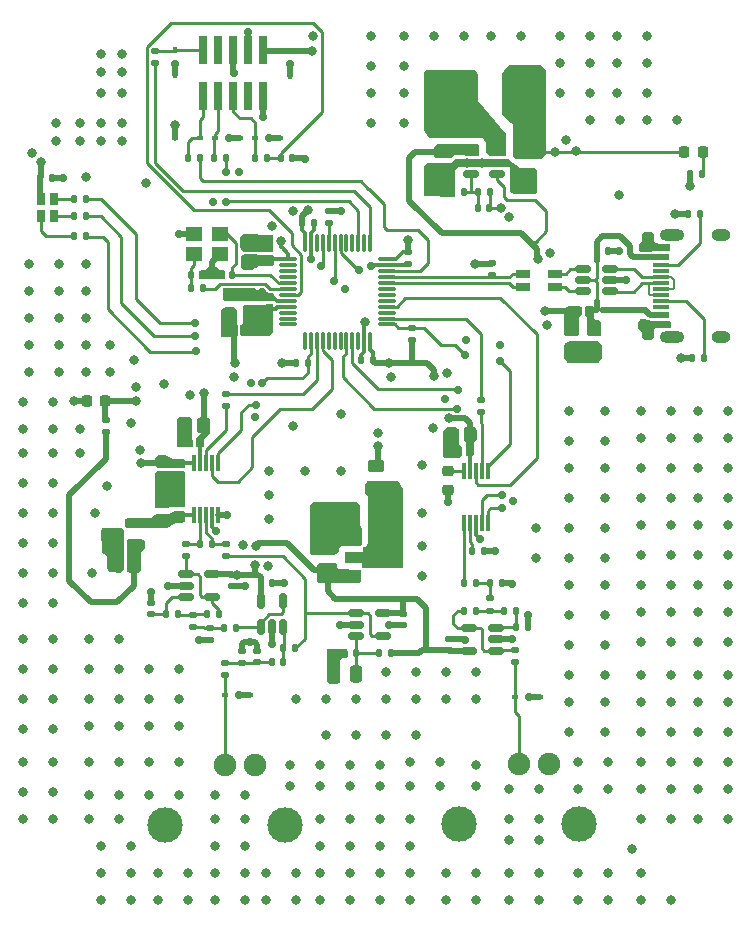
<source format=gbr>
%TF.GenerationSoftware,KiCad,Pcbnew,(6.0.9)*%
%TF.CreationDate,2022-11-20T17:42:03-05:00*%
%TF.ProjectId,Nemesis-MixSigPCB,4e656d65-7369-4732-9d4d-697853696750,rev?*%
%TF.SameCoordinates,Original*%
%TF.FileFunction,Copper,L1,Top*%
%TF.FilePolarity,Positive*%
%FSLAX46Y46*%
G04 Gerber Fmt 4.6, Leading zero omitted, Abs format (unit mm)*
G04 Created by KiCad (PCBNEW (6.0.9)) date 2022-11-20 17:42:03*
%MOMM*%
%LPD*%
G01*
G04 APERTURE LIST*
G04 Aperture macros list*
%AMRoundRect*
0 Rectangle with rounded corners*
0 $1 Rounding radius*
0 $2 $3 $4 $5 $6 $7 $8 $9 X,Y pos of 4 corners*
0 Add a 4 corners polygon primitive as box body*
4,1,4,$2,$3,$4,$5,$6,$7,$8,$9,$2,$3,0*
0 Add four circle primitives for the rounded corners*
1,1,$1+$1,$2,$3*
1,1,$1+$1,$4,$5*
1,1,$1+$1,$6,$7*
1,1,$1+$1,$8,$9*
0 Add four rect primitives between the rounded corners*
20,1,$1+$1,$2,$3,$4,$5,0*
20,1,$1+$1,$4,$5,$6,$7,0*
20,1,$1+$1,$6,$7,$8,$9,0*
20,1,$1+$1,$8,$9,$2,$3,0*%
%AMFreePoly0*
4,1,9,3.862500,-0.866500,0.737500,-0.866500,0.737500,-0.450000,-0.737500,-0.450000,-0.737500,0.450000,0.737500,0.450000,0.737500,0.866500,3.862500,0.866500,3.862500,-0.866500,3.862500,-0.866500,$1*%
G04 Aperture macros list end*
%TA.AperFunction,SMDPad,CuDef*%
%ADD10RoundRect,0.140000X-0.170000X0.140000X-0.170000X-0.140000X0.170000X-0.140000X0.170000X0.140000X0*%
%TD*%
%TA.AperFunction,SMDPad,CuDef*%
%ADD11RoundRect,0.135000X0.185000X-0.135000X0.185000X0.135000X-0.185000X0.135000X-0.185000X-0.135000X0*%
%TD*%
%TA.AperFunction,SMDPad,CuDef*%
%ADD12RoundRect,0.147500X0.147500X0.172500X-0.147500X0.172500X-0.147500X-0.172500X0.147500X-0.172500X0*%
%TD*%
%TA.AperFunction,SMDPad,CuDef*%
%ADD13RoundRect,0.135000X-0.185000X0.135000X-0.185000X-0.135000X0.185000X-0.135000X0.185000X0.135000X0*%
%TD*%
%TA.AperFunction,SMDPad,CuDef*%
%ADD14RoundRect,0.135000X0.135000X0.185000X-0.135000X0.185000X-0.135000X-0.185000X0.135000X-0.185000X0*%
%TD*%
%TA.AperFunction,SMDPad,CuDef*%
%ADD15R,2.350000X3.500000*%
%TD*%
%TA.AperFunction,SMDPad,CuDef*%
%ADD16RoundRect,0.135000X-0.135000X-0.185000X0.135000X-0.185000X0.135000X0.185000X-0.135000X0.185000X0*%
%TD*%
%TA.AperFunction,SMDPad,CuDef*%
%ADD17RoundRect,0.150000X-0.512500X-0.150000X0.512500X-0.150000X0.512500X0.150000X-0.512500X0.150000X0*%
%TD*%
%TA.AperFunction,SMDPad,CuDef*%
%ADD18RoundRect,0.140000X-0.140000X-0.170000X0.140000X-0.170000X0.140000X0.170000X-0.140000X0.170000X0*%
%TD*%
%TA.AperFunction,SMDPad,CuDef*%
%ADD19R,1.400000X1.200000*%
%TD*%
%TA.AperFunction,SMDPad,CuDef*%
%ADD20RoundRect,0.225000X-0.250000X0.225000X-0.250000X-0.225000X0.250000X-0.225000X0.250000X0.225000X0*%
%TD*%
%TA.AperFunction,SMDPad,CuDef*%
%ADD21RoundRect,0.250000X-0.475000X0.250000X-0.475000X-0.250000X0.475000X-0.250000X0.475000X0.250000X0*%
%TD*%
%TA.AperFunction,SMDPad,CuDef*%
%ADD22RoundRect,0.250000X0.450000X-0.262500X0.450000X0.262500X-0.450000X0.262500X-0.450000X-0.262500X0*%
%TD*%
%TA.AperFunction,SMDPad,CuDef*%
%ADD23R,0.450000X0.600000*%
%TD*%
%TA.AperFunction,SMDPad,CuDef*%
%ADD24RoundRect,0.150000X0.512500X0.150000X-0.512500X0.150000X-0.512500X-0.150000X0.512500X-0.150000X0*%
%TD*%
%TA.AperFunction,SMDPad,CuDef*%
%ADD25RoundRect,0.140000X0.170000X-0.140000X0.170000X0.140000X-0.170000X0.140000X-0.170000X-0.140000X0*%
%TD*%
%TA.AperFunction,SMDPad,CuDef*%
%ADD26R,0.600000X0.450000*%
%TD*%
%TA.AperFunction,SMDPad,CuDef*%
%ADD27RoundRect,0.140000X0.140000X0.170000X-0.140000X0.170000X-0.140000X-0.170000X0.140000X-0.170000X0*%
%TD*%
%TA.AperFunction,SMDPad,CuDef*%
%ADD28R,1.200000X0.700000*%
%TD*%
%TA.AperFunction,SMDPad,CuDef*%
%ADD29RoundRect,0.250000X0.250000X0.475000X-0.250000X0.475000X-0.250000X-0.475000X0.250000X-0.475000X0*%
%TD*%
%TA.AperFunction,SMDPad,CuDef*%
%ADD30RoundRect,0.225000X0.250000X-0.225000X0.250000X0.225000X-0.250000X0.225000X-0.250000X-0.225000X0*%
%TD*%
%TA.AperFunction,SMDPad,CuDef*%
%ADD31RoundRect,0.150000X0.587500X0.150000X-0.587500X0.150000X-0.587500X-0.150000X0.587500X-0.150000X0*%
%TD*%
%TA.AperFunction,SMDPad,CuDef*%
%ADD32R,1.300000X0.900000*%
%TD*%
%TA.AperFunction,SMDPad,CuDef*%
%ADD33FreePoly0,0.000000*%
%TD*%
%TA.AperFunction,SMDPad,CuDef*%
%ADD34RoundRect,0.218750X0.218750X0.256250X-0.218750X0.256250X-0.218750X-0.256250X0.218750X-0.256250X0*%
%TD*%
%TA.AperFunction,SMDPad,CuDef*%
%ADD35R,0.800000X1.000000*%
%TD*%
%TA.AperFunction,SMDPad,CuDef*%
%ADD36R,0.740000X2.400000*%
%TD*%
%TA.AperFunction,SMDPad,CuDef*%
%ADD37RoundRect,0.150000X0.150000X-0.512500X0.150000X0.512500X-0.150000X0.512500X-0.150000X-0.512500X0*%
%TD*%
%TA.AperFunction,SMDPad,CuDef*%
%ADD38RoundRect,0.250000X0.475000X-0.250000X0.475000X0.250000X-0.475000X0.250000X-0.475000X-0.250000X0*%
%TD*%
%TA.AperFunction,ComponentPad*%
%ADD39C,1.900000*%
%TD*%
%TA.AperFunction,ComponentPad*%
%ADD40C,3.000000*%
%TD*%
%TA.AperFunction,SMDPad,CuDef*%
%ADD41RoundRect,0.075000X-0.662500X-0.075000X0.662500X-0.075000X0.662500X0.075000X-0.662500X0.075000X0*%
%TD*%
%TA.AperFunction,SMDPad,CuDef*%
%ADD42RoundRect,0.075000X-0.075000X-0.662500X0.075000X-0.662500X0.075000X0.662500X-0.075000X0.662500X0*%
%TD*%
%TA.AperFunction,SMDPad,CuDef*%
%ADD43RoundRect,0.225000X0.225000X0.250000X-0.225000X0.250000X-0.225000X-0.250000X0.225000X-0.250000X0*%
%TD*%
%TA.AperFunction,SMDPad,CuDef*%
%ADD44R,0.300000X1.450000*%
%TD*%
%TA.AperFunction,SMDPad,CuDef*%
%ADD45R,1.450000X0.600000*%
%TD*%
%TA.AperFunction,SMDPad,CuDef*%
%ADD46R,1.450000X0.300000*%
%TD*%
%TA.AperFunction,ComponentPad*%
%ADD47O,1.600000X1.000000*%
%TD*%
%TA.AperFunction,ComponentPad*%
%ADD48O,2.100000X1.000000*%
%TD*%
%TA.AperFunction,ViaPad*%
%ADD49C,0.800000*%
%TD*%
%TA.AperFunction,ViaPad*%
%ADD50C,0.700000*%
%TD*%
%TA.AperFunction,Conductor*%
%ADD51C,0.500000*%
%TD*%
%TA.AperFunction,Conductor*%
%ADD52C,0.293370*%
%TD*%
%TA.AperFunction,Conductor*%
%ADD53C,0.300000*%
%TD*%
%TA.AperFunction,Conductor*%
%ADD54C,0.203200*%
%TD*%
%TA.AperFunction,Conductor*%
%ADD55C,0.261112*%
%TD*%
G04 APERTURE END LIST*
D10*
%TO.P,C203,1*%
%TO.N,+3V3*%
X71370000Y-83670000D03*
%TO.P,C203,2*%
%TO.N,GND*%
X71370000Y-84630000D03*
%TD*%
D11*
%TO.P,R405,1*%
%TO.N,/DAC/OUT*%
X80450000Y-118390000D03*
%TO.P,R405,2*%
%TO.N,/DAC/OUT_AA_BUF_OUT*%
X80450000Y-117370000D03*
%TD*%
D12*
%TO.P,L200,1,1*%
%TO.N,VDDA*%
X57622500Y-90330000D03*
%TO.P,L200,2,2*%
%TO.N,+3V3*%
X56652500Y-90330000D03*
%TD*%
D13*
%TO.P,R204,1*%
%TO.N,+3V3*%
X78552157Y-84612157D03*
%TO.P,R204,2*%
%TO.N,/MCU/USB_D+*%
X78552157Y-85632157D03*
%TD*%
D14*
%TO.P,R205,1*%
%TO.N,/MCU/USB_CONN_CC1*%
X96452157Y-92622157D03*
%TO.P,R205,2*%
%TO.N,GND*%
X95432157Y-92622157D03*
%TD*%
D15*
%TO.P,L101,1,1*%
%TO.N,/Power/BUCK_SW*%
X74675000Y-70150000D03*
%TO.P,L101,2,2*%
%TO.N,+3V3*%
X80725000Y-70150000D03*
%TD*%
D16*
%TO.P,R103,1*%
%TO.N,GND*%
X95300000Y-77010000D03*
%TO.P,R103,2*%
%TO.N,/Power/LED_PWR_K*%
X96320000Y-77010000D03*
%TD*%
D14*
%TO.P,R201,1*%
%TO.N,/MCU/HSE_OUT*%
X54050000Y-86730000D03*
%TO.P,R201,2*%
%TO.N,/MCU/XTAL_IN*%
X53030000Y-86730000D03*
%TD*%
D17*
%TO.P,U102,1*%
%TO.N,VCOM*%
X67012500Y-114250000D03*
%TO.P,U102,2,V-*%
%TO.N,GND*%
X67012500Y-115200000D03*
%TO.P,U102,3,+*%
%TO.N,/Power/VREF*%
X67012500Y-116150000D03*
%TO.P,U102,4,-*%
%TO.N,VCOM*%
X69287500Y-116150000D03*
%TO.P,U102,5,V+*%
%TO.N,+3.3VA*%
X69287500Y-114250000D03*
%TD*%
D18*
%TO.P,C211,1*%
%TO.N,+3V3*%
X40260000Y-77370000D03*
%TO.P,C211,2*%
%TO.N,GND*%
X41220000Y-77370000D03*
%TD*%
D13*
%TO.P,R400,1*%
%TO.N,SPI2_SCK*%
X77550000Y-96180000D03*
%TO.P,R400,2*%
%TO.N,/DAC/DAC_SCLK*%
X77550000Y-97200000D03*
%TD*%
D19*
%TO.P,Y200,1,1*%
%TO.N,/MCU/HSE_IN*%
X55507500Y-82090000D03*
%TO.P,Y200,2,2*%
%TO.N,GND*%
X53307500Y-82090000D03*
%TO.P,Y200,3,3*%
%TO.N,/MCU/XTAL_IN*%
X53307500Y-83790000D03*
%TO.P,Y200,4,4*%
%TO.N,GND*%
X55507500Y-83790000D03*
%TD*%
D20*
%TO.P,C402,1*%
%TO.N,/DAC/DAC_VREF*%
X74750000Y-102225000D03*
%TO.P,C402,2*%
%TO.N,GND*%
X74750000Y-103775000D03*
%TD*%
D18*
%TO.P,C212,1*%
%TO.N,/MCU/NRST*%
X60620000Y-75710000D03*
%TO.P,C212,2*%
%TO.N,GND*%
X61580000Y-75710000D03*
%TD*%
D10*
%TO.P,C303,1*%
%TO.N,Net-(C303-Pad1)*%
X54600000Y-115520000D03*
%TO.P,C303,2*%
%TO.N,GND*%
X54600000Y-116480000D03*
%TD*%
D16*
%TO.P,R105,1*%
%TO.N,GND*%
X65990000Y-117620000D03*
%TO.P,R105,2*%
%TO.N,/Power/VREF*%
X67010000Y-117620000D03*
%TD*%
D14*
%TO.P,R210,1*%
%TO.N,/MCU/SWDIO*%
X53810000Y-75710000D03*
%TO.P,R210,2*%
%TO.N,/MCU/CONN_SWDIO*%
X52790000Y-75710000D03*
%TD*%
D21*
%TO.P,C104,1*%
%TO.N,+5V*%
X74500000Y-75150000D03*
%TO.P,C104,2*%
%TO.N,GND*%
X74500000Y-77050000D03*
%TD*%
D22*
%TO.P,R100,1*%
%TO.N,/Power/+5V_FILT*%
X68650000Y-103612500D03*
%TO.P,R100,2*%
%TO.N,+5V*%
X68650000Y-101787500D03*
%TD*%
D11*
%TO.P,R403,1*%
%TO.N,Net-(C405-Pad1)*%
X78350000Y-114000000D03*
%TO.P,R403,2*%
%TO.N,Net-(C403-Pad1)*%
X78350000Y-112980000D03*
%TD*%
D23*
%TO.P,D201,1,A1*%
%TO.N,+3V3*%
X61410000Y-66610000D03*
%TO.P,D201,2,A2*%
%TO.N,GND*%
X61410000Y-68710000D03*
%TD*%
D24*
%TO.P,U101,1,EN*%
%TO.N,+5V*%
X78975000Y-77050000D03*
%TO.P,U101,2,GND*%
%TO.N,GND*%
X78975000Y-76100000D03*
%TO.P,U101,3,SW*%
%TO.N,/Power/BUCK_SW*%
X78975000Y-75150000D03*
%TO.P,U101,4,VIN*%
%TO.N,+5V*%
X76700000Y-75150000D03*
%TO.P,U101,5,FB*%
%TO.N,/Power/BUCK_FB*%
X76700000Y-77050000D03*
%TD*%
D25*
%TO.P,C304,1*%
%TO.N,/ADC/IN_AA_BUF_IN*%
X49635000Y-114295000D03*
%TO.P,C304,2*%
%TO.N,GND*%
X49635000Y-113335000D03*
%TD*%
D11*
%TO.P,R200,1*%
%TO.N,/MCU/BOOT0*%
X64730000Y-81210000D03*
%TO.P,R200,2*%
%TO.N,GND*%
X64730000Y-80190000D03*
%TD*%
D18*
%TO.P,C403,1*%
%TO.N,Net-(C403-Pad1)*%
X78370000Y-111700000D03*
%TO.P,C403,2*%
%TO.N,GND*%
X79330000Y-111700000D03*
%TD*%
D26*
%TO.P,D205,1,A1*%
%TO.N,/MCU/CONN_NRST*%
X58450000Y-74010000D03*
%TO.P,D205,2,A2*%
%TO.N,GND*%
X60550000Y-74010000D03*
%TD*%
D14*
%TO.P,R404,1*%
%TO.N,/DAC/OUT_AA_BUF_IN*%
X80560000Y-114000000D03*
%TO.P,R404,2*%
%TO.N,Net-(C405-Pad1)*%
X79540000Y-114000000D03*
%TD*%
D11*
%TO.P,R308,1*%
%TO.N,/ADC/ADC_VREF_VIN*%
X45810000Y-98910000D03*
%TO.P,R308,2*%
%TO.N,+5V*%
X45810000Y-97890000D03*
%TD*%
D10*
%TO.P,C313,1*%
%TO.N,+3.3VA*%
X52190000Y-101540000D03*
%TO.P,C313,2*%
%TO.N,GND*%
X52190000Y-102500000D03*
%TD*%
D20*
%TO.P,C100,1*%
%TO.N,VBUS*%
X87147157Y-90217157D03*
%TO.P,C100,2*%
%TO.N,GND*%
X87147157Y-91767157D03*
%TD*%
D27*
%TO.P,C202,1*%
%TO.N,+3V3*%
X68397500Y-92830000D03*
%TO.P,C202,2*%
%TO.N,GND*%
X67437500Y-92830000D03*
%TD*%
D28*
%TO.P,L201,1,1*%
%TO.N,/MCU/USB_CMC_D-*%
X83817157Y-86582157D03*
%TO.P,L201,2,2*%
%TO.N,/MCU/USB_CMC_D+*%
X83817157Y-85482157D03*
%TO.P,L201,3,3*%
%TO.N,/MCU/USB_D+*%
X81167157Y-85482157D03*
%TO.P,L201,4,4*%
%TO.N,/MCU/USB_D-*%
X81167157Y-86582157D03*
%TD*%
D13*
%TO.P,R304,1*%
%TO.N,Net-(C305-Pad1)*%
X53190000Y-114360000D03*
%TO.P,R304,2*%
%TO.N,Net-(C303-Pad1)*%
X53190000Y-115380000D03*
%TD*%
D25*
%TO.P,C205,1*%
%TO.N,VDDA*%
X59637500Y-88410000D03*
%TO.P,C205,2*%
%TO.N,GND*%
X59637500Y-87450000D03*
%TD*%
D16*
%TO.P,R203,1*%
%TO.N,+3V3*%
X61900000Y-93040000D03*
%TO.P,R203,2*%
%TO.N,SPI1_NSS*%
X62920000Y-93040000D03*
%TD*%
D12*
%TO.P,L100,1,1*%
%TO.N,VBUS*%
X86732157Y-88592157D03*
%TO.P,L100,2,2*%
%TO.N,+5V*%
X85762157Y-88592157D03*
%TD*%
D26*
%TO.P,D300,1,A1*%
%TO.N,/ADC/IN*%
X55890000Y-121130000D03*
%TO.P,D300,2,A2*%
%TO.N,GND*%
X57990000Y-121130000D03*
%TD*%
D29*
%TO.P,C107,1*%
%TO.N,/Power/VREF*%
X67010000Y-119380000D03*
%TO.P,C107,2*%
%TO.N,GND*%
X65110000Y-119380000D03*
%TD*%
D27*
%TO.P,C106,1*%
%TO.N,+3V3*%
X78280000Y-79900000D03*
%TO.P,C106,2*%
%TO.N,/Power/BUCK_FB*%
X77320000Y-79900000D03*
%TD*%
D25*
%TO.P,C406,1*%
%TO.N,+3.3VA*%
X74850000Y-117380000D03*
%TO.P,C406,2*%
%TO.N,GND*%
X74850000Y-116420000D03*
%TD*%
D27*
%TO.P,C301,1*%
%TO.N,/ADC/IN_BUF*%
X60830000Y-118400000D03*
%TO.P,C301,2*%
%TO.N,/ADC/IN_RF*%
X59870000Y-118400000D03*
%TD*%
D14*
%TO.P,R207,1*%
%TO.N,/MCU/TIM4_CH3*%
X44130000Y-79120000D03*
%TO.P,R207,2*%
%TO.N,/MCU/LED_R_K*%
X43110000Y-79120000D03*
%TD*%
D25*
%TO.P,C311,1*%
%TO.N,/ADC/ADC_VREF*%
X52200000Y-105880000D03*
%TO.P,C311,2*%
%TO.N,GND*%
X52200000Y-104920000D03*
%TD*%
D26*
%TO.P,D400,1,A1*%
%TO.N,/DAC/OUT*%
X80450000Y-121300000D03*
%TO.P,D400,2,A2*%
%TO.N,GND*%
X82550000Y-121300000D03*
%TD*%
D30*
%TO.P,C207,1*%
%TO.N,+3V3*%
X56237500Y-88905000D03*
%TO.P,C207,2*%
%TO.N,GND*%
X56237500Y-87355000D03*
%TD*%
%TO.P,C310,1*%
%TO.N,/ADC/ADC_VREF*%
X50600000Y-106375000D03*
%TO.P,C310,2*%
%TO.N,GND*%
X50600000Y-104825000D03*
%TD*%
D20*
%TO.P,C101,1*%
%TO.N,+5V*%
X85247157Y-90217157D03*
%TO.P,C101,2*%
%TO.N,GND*%
X85247157Y-91767157D03*
%TD*%
D10*
%TO.P,C108,1*%
%TO.N,+3.3VA*%
X70950000Y-114270000D03*
%TO.P,C108,2*%
%TO.N,GND*%
X70950000Y-115230000D03*
%TD*%
D27*
%TO.P,C405,1*%
%TO.N,Net-(C405-Pad1)*%
X77130000Y-114000000D03*
%TO.P,C405,2*%
%TO.N,/DAC/OUT_AA_BUF_OUT*%
X76170000Y-114000000D03*
%TD*%
D14*
%TO.P,R212,1*%
%TO.N,/MCU/SWO*%
X56010000Y-75710000D03*
%TO.P,R212,2*%
%TO.N,/MCU/CONN_SWO*%
X54990000Y-75710000D03*
%TD*%
D31*
%TO.P,U302,1,IN*%
%TO.N,/ADC/ADC_VREF_VIN*%
X48337500Y-108450000D03*
%TO.P,U302,2,OUT*%
%TO.N,/ADC/ADC_VREF*%
X48337500Y-106550000D03*
%TO.P,U302,3,GND*%
%TO.N,GND*%
X46462500Y-107500000D03*
%TD*%
D26*
%TO.P,D202,1,A1*%
%TO.N,/MCU/CONN_SWDIO*%
X53810000Y-74010000D03*
%TO.P,D202,2,A2*%
%TO.N,GND*%
X51710000Y-74010000D03*
%TD*%
D18*
%TO.P,C307,1*%
%TO.N,/ADC/ADC_IN+*%
X53820000Y-108400000D03*
%TO.P,C307,2*%
%TO.N,/ADC/ADC_IN-*%
X54780000Y-108400000D03*
%TD*%
D32*
%TO.P,U100,1,GND*%
%TO.N,GND*%
X66750000Y-108000000D03*
D33*
%TO.P,U100,2,VIN*%
%TO.N,/Power/+5V_FILT*%
X66837500Y-109500000D03*
D32*
%TO.P,U100,3,VOUT*%
%TO.N,+3.3VA*%
X66750000Y-111000000D03*
%TD*%
D14*
%TO.P,R402,1*%
%TO.N,Net-(C403-Pad1)*%
X77150000Y-111700000D03*
%TO.P,R402,2*%
%TO.N,/DAC/DAC_OUT_A*%
X76130000Y-111700000D03*
%TD*%
D25*
%TO.P,C300,1*%
%TO.N,/ADC/IN_RF*%
X58650000Y-118380000D03*
%TO.P,C300,2*%
%TO.N,GND*%
X58650000Y-117420000D03*
%TD*%
D18*
%TO.P,C302,1*%
%TO.N,+3.3VA*%
X58950000Y-111650000D03*
%TO.P,C302,2*%
%TO.N,GND*%
X59910000Y-111650000D03*
%TD*%
%TO.P,C404,1*%
%TO.N,/DAC/OUT_AA_BUF_IN*%
X80560000Y-115410000D03*
%TO.P,C404,2*%
%TO.N,GND*%
X81520000Y-115410000D03*
%TD*%
D27*
%TO.P,C401,1*%
%TO.N,+3V3*%
X76630000Y-100600000D03*
%TO.P,C401,2*%
%TO.N,GND*%
X75670000Y-100600000D03*
%TD*%
D11*
%TO.P,R211,1*%
%TO.N,/MCU/SWCLK*%
X50000000Y-67620000D03*
%TO.P,R211,2*%
%TO.N,/MCU/CONN_SWCLK*%
X50000000Y-66600000D03*
%TD*%
D24*
%TO.P,U401,1*%
%TO.N,/DAC/OUT_AA_BUF_OUT*%
X78825000Y-117400000D03*
%TO.P,U401,2,V-*%
%TO.N,GND*%
X78825000Y-116450000D03*
%TO.P,U401,3,+*%
%TO.N,/DAC/OUT_AA_BUF_IN*%
X78825000Y-115500000D03*
%TO.P,U401,4,-*%
%TO.N,/DAC/OUT_AA_BUF_OUT*%
X76550000Y-115500000D03*
%TO.P,U401,5,V+*%
%TO.N,+3.3VA*%
X76550000Y-117400000D03*
%TD*%
D27*
%TO.P,C314,1*%
%TO.N,+3V3*%
X53780000Y-99800000D03*
%TO.P,C314,2*%
%TO.N,GND*%
X52820000Y-99800000D03*
%TD*%
D14*
%TO.P,R208,1*%
%TO.N,/MCU/TIM4_CH1*%
X44120000Y-82330000D03*
%TO.P,R208,2*%
%TO.N,/MCU/LED_G_K*%
X43100000Y-82330000D03*
%TD*%
D18*
%TO.P,C210,1*%
%TO.N,VBUS*%
X87402157Y-83572157D03*
%TO.P,C210,2*%
%TO.N,GND*%
X88362157Y-83572157D03*
%TD*%
D13*
%TO.P,R306,1*%
%TO.N,/ADC/ADC_IN+*%
X52600000Y-108390000D03*
%TO.P,R306,2*%
%TO.N,/ADC/IN_AA_BUF_OUT*%
X52600000Y-109410000D03*
%TD*%
D16*
%TO.P,R302,1*%
%TO.N,/ADC/IN_BUF*%
X60840000Y-117180000D03*
%TO.P,R302,2*%
%TO.N,VCOM*%
X61860000Y-117180000D03*
%TD*%
D14*
%TO.P,R209,1*%
%TO.N,/MCU/TIM4_CH2*%
X44150000Y-80620000D03*
%TO.P,R209,2*%
%TO.N,/MCU/LED_B_K*%
X43130000Y-80620000D03*
%TD*%
D27*
%TO.P,C208,1*%
%TO.N,/MCU/HSE_IN*%
X56507500Y-85570000D03*
%TO.P,C208,2*%
%TO.N,GND*%
X55547500Y-85570000D03*
%TD*%
D14*
%TO.P,R206,1*%
%TO.N,/MCU/USB_CONN_CC2*%
X96122157Y-80452157D03*
%TO.P,R206,2*%
%TO.N,GND*%
X95102157Y-80452157D03*
%TD*%
D11*
%TO.P,R202,1*%
%TO.N,+3V3*%
X71760000Y-91070000D03*
%TO.P,R202,2*%
%TO.N,SPI2_NSS*%
X71760000Y-90050000D03*
%TD*%
D29*
%TO.P,C102,1*%
%TO.N,/Power/+5V_FILT*%
X68650000Y-105700000D03*
%TO.P,C102,2*%
%TO.N,GND*%
X66750000Y-105700000D03*
%TD*%
D34*
%TO.P,D100,1,K*%
%TO.N,/Power/LED_PWR_K*%
X96377500Y-75150000D03*
%TO.P,D100,2,A*%
%TO.N,+3V3*%
X94802500Y-75150000D03*
%TD*%
D13*
%TO.P,R309,1*%
%TO.N,SPI1_SCK*%
X56020000Y-95670000D03*
%TO.P,R309,2*%
%TO.N,/ADC/ADC_SCLK*%
X56020000Y-96690000D03*
%TD*%
D18*
%TO.P,C305,1*%
%TO.N,Net-(C305-Pad1)*%
X54420000Y-114300000D03*
%TO.P,C305,2*%
%TO.N,/ADC/IN_AA_BUF_OUT*%
X55380000Y-114300000D03*
%TD*%
%TO.P,C209,1*%
%TO.N,/MCU/XTAL_IN*%
X53067500Y-85560000D03*
%TO.P,C209,2*%
%TO.N,GND*%
X54027500Y-85560000D03*
%TD*%
D14*
%TO.P,R213,1*%
%TO.N,/MCU/NRST*%
X59500000Y-75710000D03*
%TO.P,R213,2*%
%TO.N,/MCU/CONN_NRST*%
X58480000Y-75710000D03*
%TD*%
D20*
%TO.P,C312,1*%
%TO.N,+3.3VA*%
X50600000Y-101425000D03*
%TO.P,C312,2*%
%TO.N,GND*%
X50600000Y-102975000D03*
%TD*%
D35*
%TO.P,D200,1*%
%TO.N,/MCU/LED_G_K*%
X40290000Y-80620000D03*
%TO.P,D200,2*%
%TO.N,+3V3*%
X40290000Y-79120000D03*
%TO.P,D200,3*%
%TO.N,/MCU/LED_R_K*%
X41390000Y-79120000D03*
%TO.P,D200,4*%
%TO.N,/MCU/LED_B_K*%
X41390000Y-80620000D03*
%TD*%
D36*
%TO.P,J201,1,Pin_1*%
%TO.N,+3V3*%
X59140000Y-66560000D03*
%TO.P,J201,2,Pin_2*%
%TO.N,GND*%
X59140000Y-70460000D03*
%TO.P,J201,3,Pin_3*%
X57870000Y-66560000D03*
%TO.P,J201,4,Pin_4*%
%TO.N,unconnected-(J201-Pad4)*%
X57870000Y-70460000D03*
%TO.P,J201,5,Pin_5*%
%TO.N,GND*%
X56600000Y-66560000D03*
%TO.P,J201,6,Pin_6*%
%TO.N,/MCU/CONN_NRST*%
X56600000Y-70460000D03*
%TO.P,J201,7,Pin_7*%
%TO.N,unconnected-(J201-Pad7)*%
X55330000Y-66560000D03*
%TO.P,J201,8,Pin_8*%
%TO.N,/MCU/CONN_SWO*%
X55330000Y-70460000D03*
%TO.P,J201,9,Pin_9*%
%TO.N,/MCU/CONN_SWCLK*%
X54060000Y-66560000D03*
%TO.P,J201,10,Pin_10*%
%TO.N,/MCU/CONN_SWDIO*%
X54060000Y-70460000D03*
%TD*%
D25*
%TO.P,C201,1*%
%TO.N,+3V3*%
X59587500Y-84310000D03*
%TO.P,C201,2*%
%TO.N,GND*%
X59587500Y-83350000D03*
%TD*%
D10*
%TO.P,C306,1*%
%TO.N,+3.3VA*%
X56500000Y-110960000D03*
%TO.P,C306,2*%
%TO.N,GND*%
X56500000Y-111920000D03*
%TD*%
D13*
%TO.P,R300,1*%
%TO.N,/ADC/IN_RF*%
X55890000Y-118410000D03*
%TO.P,R300,2*%
%TO.N,/ADC/IN*%
X55890000Y-119430000D03*
%TD*%
D37*
%TO.P,U300,1*%
%TO.N,/ADC/IN_BUF_OUT*%
X58950000Y-115437500D03*
%TO.P,U300,2,V-*%
%TO.N,GND*%
X59900000Y-115437500D03*
%TO.P,U300,3,+*%
%TO.N,/ADC/IN_BUF*%
X60850000Y-115437500D03*
%TO.P,U300,4,-*%
%TO.N,/ADC/IN_BUF_OUT*%
X60850000Y-113162500D03*
%TO.P,U300,5,V+*%
%TO.N,+3.3VA*%
X58950000Y-113162500D03*
%TD*%
D38*
%TO.P,C103,1*%
%TO.N,+3.3VA*%
X64600000Y-110550000D03*
%TO.P,C103,2*%
%TO.N,GND*%
X64600000Y-108650000D03*
%TD*%
D16*
%TO.P,R104,1*%
%TO.N,/Power/VREF*%
X68940000Y-117630000D03*
%TO.P,R104,2*%
%TO.N,+3.3VA*%
X69960000Y-117630000D03*
%TD*%
D18*
%TO.P,C204,1*%
%TO.N,+3V3*%
X62457500Y-81230000D03*
%TO.P,C204,2*%
%TO.N,GND*%
X63417500Y-81230000D03*
%TD*%
D39*
%TO.P,J400,1,In*%
%TO.N,/DAC/OUT*%
X80800000Y-127000000D03*
D40*
%TO.P,J400,2,Ext*%
%TO.N,GND*%
X75720000Y-132080000D03*
X85880000Y-132080000D03*
D39*
X83340000Y-127000000D03*
%TD*%
D41*
%TO.P,U200,1,VBAT*%
%TO.N,+3V3*%
X61275000Y-84280000D03*
%TO.P,U200,2,PC13*%
%TO.N,unconnected-(U200-Pad2)*%
X61275000Y-84780000D03*
%TO.P,U200,3,PC14*%
%TO.N,unconnected-(U200-Pad3)*%
X61275000Y-85280000D03*
%TO.P,U200,4,PC15*%
%TO.N,unconnected-(U200-Pad4)*%
X61275000Y-85780000D03*
%TO.P,U200,5,PD0*%
%TO.N,/MCU/HSE_IN*%
X61275000Y-86280000D03*
%TO.P,U200,6,PD1*%
%TO.N,/MCU/HSE_OUT*%
X61275000Y-86780000D03*
%TO.P,U200,7,NRST*%
%TO.N,/MCU/NRST*%
X61275000Y-87280000D03*
%TO.P,U200,8,VSSA*%
%TO.N,GND*%
X61275000Y-87780000D03*
%TO.P,U200,9,VDDA*%
%TO.N,VDDA*%
X61275000Y-88280000D03*
%TO.P,U200,10,PA0*%
%TO.N,unconnected-(U200-Pad10)*%
X61275000Y-88780000D03*
%TO.P,U200,11,PA1*%
%TO.N,unconnected-(U200-Pad11)*%
X61275000Y-89280000D03*
%TO.P,U200,12,PA2*%
%TO.N,unconnected-(U200-Pad12)*%
X61275000Y-89780000D03*
D42*
%TO.P,U200,13,PA3*%
%TO.N,unconnected-(U200-Pad13)*%
X62687500Y-91192500D03*
%TO.P,U200,14,PA4*%
%TO.N,SPI1_NSS*%
X63187500Y-91192500D03*
%TO.P,U200,15,PA5*%
%TO.N,SPI1_SCK*%
X63687500Y-91192500D03*
%TO.P,U200,16,PA6*%
%TO.N,SPI1_MISO*%
X64187500Y-91192500D03*
%TO.P,U200,17,PA7*%
%TO.N,unconnected-(U200-Pad17)*%
X64687500Y-91192500D03*
%TO.P,U200,18,PB0*%
%TO.N,unconnected-(U200-Pad18)*%
X65187500Y-91192500D03*
%TO.P,U200,19,PB1*%
%TO.N,unconnected-(U200-Pad19)*%
X65687500Y-91192500D03*
%TO.P,U200,20,PB2*%
%TO.N,DAC_NCLR*%
X66187500Y-91192500D03*
%TO.P,U200,21,PB10*%
%TO.N,DAC_NLDAC*%
X66687500Y-91192500D03*
%TO.P,U200,22,PB11*%
%TO.N,unconnected-(U200-Pad22)*%
X67187500Y-91192500D03*
%TO.P,U200,23,VSS*%
%TO.N,GND*%
X67687500Y-91192500D03*
%TO.P,U200,24,VDD*%
%TO.N,+3V3*%
X68187500Y-91192500D03*
D41*
%TO.P,U200,25,PB12*%
%TO.N,SPI2_NSS*%
X69600000Y-89780000D03*
%TO.P,U200,26,PB13*%
%TO.N,SPI2_SCK*%
X69600000Y-89280000D03*
%TO.P,U200,27,PB14*%
%TO.N,unconnected-(U200-Pad27)*%
X69600000Y-88780000D03*
%TO.P,U200,28,PB15*%
%TO.N,SPI2_MOSI*%
X69600000Y-88280000D03*
%TO.P,U200,29,PA8*%
%TO.N,unconnected-(U200-Pad29)*%
X69600000Y-87780000D03*
%TO.P,U200,30,PA9*%
%TO.N,unconnected-(U200-Pad30)*%
X69600000Y-87280000D03*
%TO.P,U200,31,PA10*%
%TO.N,unconnected-(U200-Pad31)*%
X69600000Y-86780000D03*
%TO.P,U200,32,PA11*%
%TO.N,/MCU/USB_D-*%
X69600000Y-86280000D03*
%TO.P,U200,33,PA12*%
%TO.N,/MCU/USB_D+*%
X69600000Y-85780000D03*
%TO.P,U200,34,PA13*%
%TO.N,/MCU/SWDIO*%
X69600000Y-85280000D03*
%TO.P,U200,35,VSS*%
%TO.N,GND*%
X69600000Y-84780000D03*
%TO.P,U200,36,VDD*%
%TO.N,+3V3*%
X69600000Y-84280000D03*
D42*
%TO.P,U200,37,PA14*%
%TO.N,/MCU/SWCLK*%
X68187500Y-82867500D03*
%TO.P,U200,38,PA15*%
%TO.N,unconnected-(U200-Pad38)*%
X67687500Y-82867500D03*
%TO.P,U200,39,PB3*%
%TO.N,/MCU/SWO*%
X67187500Y-82867500D03*
%TO.P,U200,40,PB4*%
%TO.N,unconnected-(U200-Pad40)*%
X66687500Y-82867500D03*
%TO.P,U200,41,PB5*%
%TO.N,unconnected-(U200-Pad41)*%
X66187500Y-82867500D03*
%TO.P,U200,42,PB6*%
%TO.N,/MCU/TIM4_CH1*%
X65687500Y-82867500D03*
%TO.P,U200,43,PB7*%
%TO.N,/MCU/TIM4_CH2*%
X65187500Y-82867500D03*
%TO.P,U200,44,BOOT0*%
%TO.N,/MCU/BOOT0*%
X64687500Y-82867500D03*
%TO.P,U200,45,PB8*%
%TO.N,/MCU/TIM4_CH3*%
X64187500Y-82867500D03*
%TO.P,U200,46,PB9*%
%TO.N,unconnected-(U200-Pad46)*%
X63687500Y-82867500D03*
%TO.P,U200,47,VSS*%
%TO.N,GND*%
X63187500Y-82867500D03*
%TO.P,U200,48,VDD*%
%TO.N,+3V3*%
X62687500Y-82867500D03*
%TD*%
D16*
%TO.P,R303,1*%
%TO.N,Net-(C303-Pad1)*%
X55790000Y-115500000D03*
%TO.P,R303,2*%
%TO.N,/ADC/IN_BUF_OUT*%
X56810000Y-115500000D03*
%TD*%
D43*
%TO.P,C315,1*%
%TO.N,+3V3*%
X54075000Y-98200000D03*
%TO.P,C315,2*%
%TO.N,GND*%
X52525000Y-98200000D03*
%TD*%
%TO.P,C309,1*%
%TO.N,/ADC/ADC_VREF_VIN*%
X48175000Y-110200000D03*
%TO.P,C309,2*%
%TO.N,GND*%
X46625000Y-110200000D03*
%TD*%
%TO.P,C400,1*%
%TO.N,+3V3*%
X76625000Y-99100000D03*
%TO.P,C400,2*%
%TO.N,GND*%
X75075000Y-99100000D03*
%TD*%
D44*
%TO.P,U303,1,VREF*%
%TO.N,/ADC/ADC_VREF*%
X53300000Y-105900000D03*
%TO.P,U303,2,+IN*%
%TO.N,/ADC/ADC_IN+*%
X53800000Y-105900000D03*
%TO.P,U303,3,-IN*%
%TO.N,/ADC/ADC_IN-*%
X54300000Y-105900000D03*
%TO.P,U303,4,GND*%
%TO.N,GND*%
X54800000Y-105900000D03*
%TO.P,U303,5,GND*%
X55300000Y-105900000D03*
%TO.P,U303,6,NCS*%
%TO.N,SPI1_NSS*%
X55300000Y-101500000D03*
%TO.P,U303,7,DOUT*%
%TO.N,SPI1_MISO*%
X54800000Y-101500000D03*
%TO.P,U303,8,SCLK*%
%TO.N,/ADC/ADC_SCLK*%
X54300000Y-101500000D03*
%TO.P,U303,9,VIO*%
%TO.N,+3V3*%
X53800000Y-101500000D03*
%TO.P,U303,10,VA*%
%TO.N,+3.3VA*%
X53300000Y-101500000D03*
%TD*%
D16*
%TO.P,R102,1*%
%TO.N,GND*%
X75090000Y-78550000D03*
%TO.P,R102,2*%
%TO.N,/Power/BUCK_FB*%
X76110000Y-78550000D03*
%TD*%
D13*
%TO.P,R307,1*%
%TO.N,/ADC/ADC_IN-*%
X56000000Y-108390000D03*
%TO.P,R307,2*%
%TO.N,VCOM*%
X56000000Y-109410000D03*
%TD*%
D44*
%TO.P,U400,1,VOUT_A*%
%TO.N,/DAC/DAC_OUT_A*%
X76150000Y-106600000D03*
%TO.P,U400,2,VOUT_B*%
%TO.N,/DAC/DAC_OUT_B*%
X76650000Y-106600000D03*
%TO.P,U400,3,GND*%
%TO.N,GND*%
X77150000Y-106600000D03*
%TO.P,U400,4,NLDAC*%
%TO.N,DAC_NLDAC*%
X77650000Y-106600000D03*
%TO.P,U400,5,NCLR*%
%TO.N,DAC_NCLR*%
X78150000Y-106600000D03*
%TO.P,U400,6,NSYNC*%
%TO.N,SPI2_NSS*%
X78150000Y-102200000D03*
%TO.P,U400,7,SCLK*%
%TO.N,/DAC/DAC_SCLK*%
X77650000Y-102200000D03*
%TO.P,U400,8,DIN*%
%TO.N,SPI2_MOSI*%
X77150000Y-102200000D03*
%TO.P,U400,9,AVDD*%
%TO.N,+3V3*%
X76650000Y-102200000D03*
%TO.P,U400,10,VREFIN/VREFOUT*%
%TO.N,/DAC/DAC_VREF*%
X76150000Y-102200000D03*
%TD*%
D16*
%TO.P,R401,1*%
%TO.N,/DAC/DAC_OUT_B*%
X76820000Y-108920000D03*
%TO.P,R401,2*%
%TO.N,GND*%
X77840000Y-108920000D03*
%TD*%
D17*
%TO.P,U301,1*%
%TO.N,/ADC/IN_AA_BUF_OUT*%
X52562500Y-110950000D03*
%TO.P,U301,2,V-*%
%TO.N,GND*%
X52562500Y-111900000D03*
%TO.P,U301,3,+*%
%TO.N,/ADC/IN_AA_BUF_IN*%
X52562500Y-112850000D03*
%TO.P,U301,4,-*%
%TO.N,/ADC/IN_AA_BUF_OUT*%
X54837500Y-112850000D03*
%TO.P,U301,5,V+*%
%TO.N,+3.3VA*%
X54837500Y-110950000D03*
%TD*%
D23*
%TO.P,D203,1,A1*%
%TO.N,/MCU/CONN_SWCLK*%
X51700000Y-66560000D03*
%TO.P,D203,2,A2*%
%TO.N,GND*%
X51700000Y-68660000D03*
%TD*%
D45*
%TO.P,J200,A1,GND*%
%TO.N,GND*%
X92827157Y-89782157D03*
%TO.P,J200,A4,VBUS*%
%TO.N,VBUS*%
X92827157Y-88982157D03*
D46*
%TO.P,J200,A5,CC1*%
%TO.N,/MCU/USB_CONN_CC1*%
X92827157Y-87782157D03*
%TO.P,J200,A6,D+*%
%TO.N,/MCU/USB_CONN_D+*%
X92827157Y-86782157D03*
%TO.P,J200,A7,D-*%
%TO.N,/MCU/USB_CONN_D-*%
X92827157Y-86282157D03*
%TO.P,J200,A8,SBU1*%
%TO.N,unconnected-(J200-PadA8)*%
X92827157Y-85282157D03*
D45*
%TO.P,J200,A9,VBUS*%
%TO.N,VBUS*%
X92827157Y-84082157D03*
%TO.P,J200,A12,GND*%
%TO.N,GND*%
X92827157Y-83282157D03*
%TO.P,J200,B1,GND*%
X92827157Y-83282157D03*
%TO.P,J200,B4,VBUS*%
%TO.N,VBUS*%
X92827157Y-84082157D03*
D46*
%TO.P,J200,B5,CC2*%
%TO.N,/MCU/USB_CONN_CC2*%
X92827157Y-84782157D03*
%TO.P,J200,B6,D+*%
%TO.N,/MCU/USB_CONN_D+*%
X92827157Y-85782157D03*
%TO.P,J200,B7,D-*%
%TO.N,/MCU/USB_CONN_D-*%
X92827157Y-87282157D03*
%TO.P,J200,B8,SBU2*%
%TO.N,unconnected-(J200-PadB8)*%
X92827157Y-88282157D03*
D45*
%TO.P,J200,B9,VBUS*%
%TO.N,VBUS*%
X92827157Y-88982157D03*
%TO.P,J200,B12,GND*%
%TO.N,GND*%
X92827157Y-89782157D03*
D47*
%TO.P,J200,S1,SHIELD*%
X97922157Y-82212157D03*
D48*
X93742157Y-90852157D03*
D47*
X97922157Y-90852157D03*
D48*
X93742157Y-82212157D03*
%TD*%
D26*
%TO.P,D204,1,A1*%
%TO.N,/MCU/CONN_SWO*%
X55050000Y-74010000D03*
%TO.P,D204,2,A2*%
%TO.N,GND*%
X57150000Y-74010000D03*
%TD*%
D43*
%TO.P,C308,1*%
%TO.N,+5V*%
X45785000Y-96300000D03*
%TO.P,C308,2*%
%TO.N,GND*%
X44235000Y-96300000D03*
%TD*%
D30*
%TO.P,C206,1*%
%TO.N,VDDA*%
X58137500Y-88905000D03*
%TO.P,C206,2*%
%TO.N,GND*%
X58137500Y-87355000D03*
%TD*%
D13*
%TO.P,R301,1*%
%TO.N,GND*%
X57350000Y-117390000D03*
%TO.P,R301,2*%
%TO.N,/ADC/IN_RF*%
X57350000Y-118410000D03*
%TD*%
D16*
%TO.P,R101,1*%
%TO.N,/Power/BUCK_FB*%
X77290000Y-78600000D03*
%TO.P,R101,2*%
%TO.N,+3V3*%
X78310000Y-78600000D03*
%TD*%
D30*
%TO.P,C200,1*%
%TO.N,+3V3*%
X57937500Y-84405000D03*
%TO.P,C200,2*%
%TO.N,GND*%
X57937500Y-82855000D03*
%TD*%
D16*
%TO.P,R305,1*%
%TO.N,/ADC/IN_AA_BUF_IN*%
X50890000Y-114300000D03*
%TO.P,R305,2*%
%TO.N,Net-(C305-Pad1)*%
X51910000Y-114300000D03*
%TD*%
D39*
%TO.P,J300,1,In*%
%TO.N,/ADC/IN*%
X55900000Y-127100000D03*
D40*
%TO.P,J300,2,Ext*%
%TO.N,GND*%
X50820000Y-132180000D03*
X60980000Y-132180000D03*
D39*
X58440000Y-127100000D03*
%TD*%
D21*
%TO.P,C105,1*%
%TO.N,+3V3*%
X81100000Y-75200000D03*
%TO.P,C105,2*%
%TO.N,GND*%
X81100000Y-77100000D03*
%TD*%
D24*
%TO.P,U201,1,I/O1*%
%TO.N,/MCU/USB_CONN_D-*%
X88529657Y-86982157D03*
%TO.P,U201,2,GND*%
%TO.N,GND*%
X88529657Y-86032157D03*
%TO.P,U201,3,I/O2*%
%TO.N,/MCU/USB_CONN_D+*%
X88529657Y-85082157D03*
%TO.P,U201,4,I/O2*%
%TO.N,/MCU/USB_CMC_D+*%
X86254657Y-85082157D03*
%TO.P,U201,5,VBUS*%
%TO.N,VBUS*%
X86254657Y-86032157D03*
%TO.P,U201,6,I/O1*%
%TO.N,/MCU/USB_CMC_D-*%
X86254657Y-86982157D03*
%TD*%
D49*
%TO.N,GND*%
X69544000Y-119222000D03*
X72084000Y-119222000D03*
X77164000Y-119222000D03*
X74624000Y-119222000D03*
X82244000Y-109570000D03*
X82244000Y-107030000D03*
X72592000Y-111094000D03*
X72592000Y-108554000D03*
X72592000Y-105760000D03*
X72592000Y-101696000D03*
X61670000Y-98394000D03*
X65734000Y-97378000D03*
X59638000Y-106268000D03*
X59638000Y-104236000D03*
X65734000Y-102204000D03*
X62686000Y-102204000D03*
X59638000Y-102204000D03*
X64464000Y-121508000D03*
X61924000Y-121508000D03*
X67004000Y-121508000D03*
X74624000Y-121508000D03*
X72084000Y-121508000D03*
X69544000Y-121508000D03*
X77164000Y-121508000D03*
X69544000Y-124556000D03*
X67004000Y-124556000D03*
X64464000Y-124556000D03*
X72084000Y-124556000D03*
X85038000Y-107030000D03*
X85038000Y-99664000D03*
X85038000Y-101950000D03*
X85038000Y-124302000D03*
X85038000Y-97124000D03*
X85038000Y-109570000D03*
X85038000Y-121762000D03*
X85038000Y-116936000D03*
X85038000Y-104490000D03*
X85038000Y-114396000D03*
X85038000Y-119476000D03*
X85038000Y-111856000D03*
X88086000Y-119476000D03*
X88086000Y-116936000D03*
X88086000Y-121762000D03*
X88086000Y-124302000D03*
X88086000Y-109570000D03*
X88086000Y-107030000D03*
X88086000Y-111856000D03*
X88086000Y-114396000D03*
X88086000Y-99664000D03*
X88086000Y-97124000D03*
X88086000Y-101950000D03*
X88086000Y-104490000D03*
X68274000Y-67914000D03*
X68274000Y-65374000D03*
X68274000Y-70200000D03*
X68274000Y-72740000D03*
X71068000Y-67914000D03*
X71068000Y-65374000D03*
X71068000Y-70200000D03*
X71068000Y-72740000D03*
X78434000Y-65374000D03*
X80974000Y-65374000D03*
X76148000Y-65374000D03*
X73608000Y-65374000D03*
X91642000Y-72486000D03*
X94182000Y-72486000D03*
X89356000Y-72486000D03*
X86816000Y-72486000D03*
X86816000Y-65374000D03*
X89102000Y-67660000D03*
X89102000Y-70200000D03*
X86816000Y-67660000D03*
X84276000Y-67660000D03*
X91642000Y-67660000D03*
X84276000Y-65374000D03*
X84276000Y-70200000D03*
X91642000Y-65374000D03*
X91642000Y-70200000D03*
X86816000Y-70200000D03*
X89102000Y-65374000D03*
X93674000Y-97124000D03*
X95960000Y-99410000D03*
X95960000Y-101950000D03*
X93674000Y-99410000D03*
X91134000Y-99410000D03*
X98500000Y-99410000D03*
X91134000Y-97124000D03*
X91134000Y-101950000D03*
X98500000Y-97124000D03*
X98500000Y-101950000D03*
X93674000Y-101950000D03*
X95960000Y-97124000D03*
X93674000Y-104490000D03*
X95960000Y-106776000D03*
X95960000Y-109316000D03*
X93674000Y-106776000D03*
X91134000Y-106776000D03*
X98500000Y-106776000D03*
X91134000Y-104490000D03*
X91134000Y-109316000D03*
X98500000Y-104490000D03*
X98500000Y-109316000D03*
X93674000Y-109316000D03*
X95960000Y-104490000D03*
X93674000Y-111856000D03*
X95960000Y-114142000D03*
X95960000Y-116682000D03*
X93674000Y-114142000D03*
X91134000Y-114142000D03*
X98500000Y-114142000D03*
X91134000Y-111856000D03*
X91134000Y-116682000D03*
X98500000Y-111856000D03*
X98500000Y-116682000D03*
X93674000Y-116682000D03*
X95960000Y-111856000D03*
X93674000Y-119476000D03*
X95960000Y-121762000D03*
X95960000Y-124302000D03*
X93674000Y-121762000D03*
X91134000Y-121762000D03*
X98500000Y-121762000D03*
X91134000Y-119476000D03*
X91134000Y-124302000D03*
X98500000Y-119476000D03*
X98500000Y-124302000D03*
X93674000Y-124302000D03*
X95960000Y-119476000D03*
X98500000Y-131668000D03*
X95960000Y-131668000D03*
X98500000Y-129128000D03*
X95960000Y-129128000D03*
X98500000Y-126842000D03*
X95960000Y-126842000D03*
X93674000Y-126842000D03*
X91134000Y-126842000D03*
X90372000Y-134208000D03*
X91134000Y-136240000D03*
X93674000Y-138526000D03*
X91134000Y-138526000D03*
X93674000Y-131668000D03*
X91134000Y-131668000D03*
X93674000Y-129128000D03*
X91134000Y-129128000D03*
X88340000Y-126842000D03*
X85800000Y-126842000D03*
X88340000Y-129128000D03*
X85800000Y-129128000D03*
X88340000Y-138526000D03*
X85800000Y-138526000D03*
X88340000Y-136240000D03*
X85800000Y-136240000D03*
X82498000Y-138526000D03*
X79958000Y-138526000D03*
X77164000Y-127096000D03*
X77164000Y-128874000D03*
X82498000Y-129128000D03*
X79958000Y-129128000D03*
X82498000Y-131668000D03*
X79958000Y-131668000D03*
X82498000Y-133446000D03*
X79958000Y-133446000D03*
X82498000Y-136240000D03*
X79958000Y-136240000D03*
X77164000Y-138526000D03*
X74624000Y-138526000D03*
X77164000Y-136240000D03*
X74624000Y-136240000D03*
X74116000Y-126842000D03*
X71576000Y-126842000D03*
X74116000Y-128874000D03*
X71576000Y-128874000D03*
X71576000Y-138526000D03*
X69036000Y-138526000D03*
X71576000Y-136240000D03*
X69036000Y-136240000D03*
X71576000Y-133954000D03*
X69036000Y-133954000D03*
X71576000Y-131668000D03*
X69036000Y-131668000D03*
X69036000Y-127096000D03*
X66496000Y-127096000D03*
X69036000Y-128874000D03*
X66496000Y-128874000D03*
X61924000Y-138526000D03*
X59384000Y-138526000D03*
X61924000Y-136240000D03*
X59384000Y-136240000D03*
X66496000Y-138526000D03*
X63956000Y-138526000D03*
X66496000Y-136240000D03*
X63956000Y-136240000D03*
X66496000Y-133954000D03*
X63956000Y-133954000D03*
X66496000Y-131668000D03*
X63956000Y-131668000D03*
X63956000Y-128874000D03*
X61416000Y-128874000D03*
X63956000Y-127096000D03*
X61416000Y-127096000D03*
X52780000Y-138526000D03*
X50240000Y-138526000D03*
X52780000Y-136240000D03*
X50240000Y-136240000D03*
X57606000Y-138526000D03*
X55066000Y-138526000D03*
X57606000Y-136240000D03*
X55066000Y-136240000D03*
X57606000Y-133954000D03*
X55066000Y-133954000D03*
X57606000Y-131668000D03*
X55066000Y-131668000D03*
X57606000Y-129636000D03*
X55066000Y-129636000D03*
X47954000Y-138526000D03*
X45414000Y-138526000D03*
X47954000Y-136240000D03*
X45414000Y-136240000D03*
X47954000Y-133954000D03*
X45414000Y-133954000D03*
X46938000Y-131668000D03*
X44398000Y-131668000D03*
X49478000Y-129636000D03*
X52018000Y-129636000D03*
X46938000Y-129636000D03*
X44398000Y-129636000D03*
X49478000Y-126842000D03*
X52018000Y-126842000D03*
X46938000Y-126842000D03*
X44398000Y-126842000D03*
X52018000Y-123794000D03*
X49478000Y-123794000D03*
X46938000Y-123794000D03*
X44398000Y-123794000D03*
X52018000Y-121508000D03*
X49478000Y-121508000D03*
X52018000Y-118968000D03*
X49478000Y-118968000D03*
X46938000Y-121508000D03*
X44398000Y-121508000D03*
X46938000Y-118968000D03*
X44398000Y-118968000D03*
X46938000Y-116428000D03*
X44398000Y-116428000D03*
X44652000Y-110840000D03*
X44906000Y-105760000D03*
X45922000Y-103474000D03*
X47954000Y-98140000D03*
X44144000Y-77312000D03*
X49224000Y-77820000D03*
X50748000Y-94838000D03*
X48208000Y-92806000D03*
X41350000Y-131668000D03*
X38810000Y-131668000D03*
X41350000Y-129382000D03*
X38810000Y-129382000D03*
X41350000Y-126842000D03*
X38810000Y-126842000D03*
X41350000Y-124048000D03*
X38810000Y-124048000D03*
X41308895Y-121480731D03*
X38768895Y-121480731D03*
X41350000Y-118968000D03*
X38810000Y-118968000D03*
X41350000Y-116428000D03*
X38810000Y-116428000D03*
X41350000Y-113380000D03*
X38810000Y-113380000D03*
X41350000Y-110840000D03*
X38810000Y-110840000D03*
X41350000Y-108300000D03*
X38810000Y-108300000D03*
X41350000Y-105760000D03*
X38810000Y-105760000D03*
X41350000Y-103220000D03*
X38810000Y-103220000D03*
X38810000Y-100680000D03*
X41350000Y-100680000D03*
X43636000Y-100680000D03*
X38810000Y-96362000D03*
X38810000Y-98648000D03*
X41350000Y-98648000D03*
X43636000Y-98648000D03*
X41350000Y-96362000D03*
X46176000Y-93822000D03*
X46176000Y-91536000D03*
X39318000Y-93822000D03*
X44144000Y-93822000D03*
X41858000Y-93822000D03*
X39318000Y-91536000D03*
X44144000Y-91536000D03*
X41858000Y-91536000D03*
X39318000Y-89250000D03*
X44144000Y-89250000D03*
X41858000Y-89250000D03*
X39318000Y-86964000D03*
X44144000Y-86964000D03*
X41858000Y-86964000D03*
X44144000Y-84678000D03*
X41858000Y-84678000D03*
X39318000Y-84678000D03*
X41604000Y-74264000D03*
X43636000Y-74264000D03*
X47192000Y-74264000D03*
X45414000Y-74264000D03*
X41604000Y-72740000D03*
X43636000Y-72740000D03*
X45414000Y-72740000D03*
X47192000Y-72740000D03*
X47192000Y-70200000D03*
X45414000Y-70200000D03*
X45414000Y-68422000D03*
X47192000Y-68422000D03*
X47192000Y-66898000D03*
X45414000Y-66898000D03*
X73550000Y-98510000D03*
D50*
X65640000Y-115190000D03*
D49*
X63680000Y-105400000D03*
D50*
X87200000Y-92630000D03*
X89852157Y-86042157D03*
X65720000Y-80200000D03*
D49*
X61660000Y-80180000D03*
D50*
X59067500Y-82540000D03*
X91782157Y-82382157D03*
D49*
X46490000Y-108280000D03*
D50*
X89270000Y-83600000D03*
X59160000Y-72230000D03*
D49*
X48410000Y-95090000D03*
D50*
X91742157Y-90702157D03*
X57100000Y-76880000D03*
X78760000Y-108930000D03*
X76320000Y-91070000D03*
X79220000Y-91530000D03*
X80310000Y-104740000D03*
X56640000Y-68490000D03*
X69800000Y-115240000D03*
D49*
X51710000Y-72910000D03*
D50*
X56080000Y-105900000D03*
D49*
X48750000Y-100410000D03*
D50*
X91462157Y-83262157D03*
X57070000Y-121150000D03*
X51040000Y-111890000D03*
X85280000Y-92640000D03*
D49*
X46550000Y-109250000D03*
D50*
X52160000Y-103290000D03*
D49*
X63680000Y-107430000D03*
X69940000Y-94260000D03*
X93990000Y-80440000D03*
X89300000Y-78840000D03*
D50*
X52150000Y-104150000D03*
D49*
X79940000Y-80720000D03*
D50*
X52210000Y-99170000D03*
D49*
X95310000Y-78020000D03*
D50*
X57570000Y-111950000D03*
X91312157Y-89772157D03*
D49*
X39550000Y-75260000D03*
D50*
X53680000Y-116470000D03*
X74790000Y-100440000D03*
X56240000Y-74000000D03*
X74760000Y-104810000D03*
D49*
X67740000Y-89610000D03*
X74690000Y-93850000D03*
D50*
X62640000Y-75730000D03*
X55170000Y-107280000D03*
X58997500Y-87060000D03*
X74540000Y-96110000D03*
D49*
X59550000Y-110200000D03*
D50*
X52017500Y-82120000D03*
X80230000Y-111730000D03*
D49*
X76420000Y-76130000D03*
D50*
X81650000Y-121310000D03*
X57197500Y-87070000D03*
D49*
X80560000Y-78150000D03*
X68860000Y-99010000D03*
D50*
X76250000Y-116480000D03*
X57870000Y-65000000D03*
X60900000Y-111650000D03*
X64980000Y-117830000D03*
X57990000Y-116690000D03*
D49*
X57390000Y-108490000D03*
D50*
X68267500Y-84790000D03*
D49*
X43130000Y-96270000D03*
X74180000Y-78480000D03*
D50*
X59650000Y-73990000D03*
D49*
X65040000Y-105410000D03*
D50*
X80200000Y-116450000D03*
X58470000Y-97620000D03*
D49*
X84750000Y-74150000D03*
X83140000Y-89790000D03*
X81760000Y-78180000D03*
X65030000Y-106500000D03*
X59880000Y-81430000D03*
X83420000Y-83760000D03*
D50*
X51700000Y-67740000D03*
X42160000Y-77360000D03*
D49*
X52970000Y-95750000D03*
D50*
X61390000Y-67770000D03*
X66060000Y-86750000D03*
D49*
X56700000Y-94270000D03*
X65060000Y-107440000D03*
X94490000Y-92600000D03*
X73240000Y-77730000D03*
D50*
X77490000Y-107970000D03*
X54860000Y-79390000D03*
X50610000Y-103870000D03*
D49*
X63680000Y-106510000D03*
D50*
X49655000Y-112455000D03*
D49*
X77630000Y-76110000D03*
D50*
X81570000Y-114410000D03*
X63197500Y-84200000D03*
X58090000Y-94730000D03*
D49*
X63340000Y-65320000D03*
D50*
X54837500Y-85200000D03*
X59880000Y-116850000D03*
D49*
%TO.N,+5V*%
X68870000Y-100070000D03*
X82970000Y-88660000D03*
X82370000Y-84230000D03*
X48390000Y-96300000D03*
%TO.N,+3.3VA*%
X48790000Y-101520000D03*
X56940000Y-110960000D03*
X58470000Y-110156185D03*
X58500000Y-108550000D03*
%TO.N,+3V3*%
X60770000Y-93050000D03*
X54130000Y-95620000D03*
X74850000Y-97720000D03*
X60680000Y-82730000D03*
X63300000Y-66600000D03*
X40330000Y-76030000D03*
X62900000Y-80130000D03*
X73560000Y-94160000D03*
X79290000Y-79920000D03*
X69750000Y-93050000D03*
X77050000Y-84650000D03*
X71370000Y-82630000D03*
X56710000Y-93050000D03*
X83880000Y-75150000D03*
X85610000Y-75130000D03*
D50*
%TO.N,SPI2_NSS*%
X79180000Y-92910000D03*
X76260000Y-92340000D03*
%TO.N,SPI1_NSS*%
X59040000Y-94760000D03*
X58510000Y-96580000D03*
%TO.N,/MCU/TIM4_CH3*%
X64060000Y-84870000D03*
X53350000Y-89650000D03*
%TO.N,/MCU/TIM4_CH1*%
X67270000Y-85150000D03*
X53440000Y-92050000D03*
%TO.N,/MCU/TIM4_CH2*%
X53370000Y-90750000D03*
X65170000Y-86110000D03*
%TO.N,/MCU/SWO*%
X55950000Y-79380000D03*
X55970000Y-76880000D03*
%TO.N,DAC_NCLR*%
X79350000Y-105330000D03*
X75520000Y-96910000D03*
%TO.N,DAC_NLDAC*%
X75610000Y-95290000D03*
X79370000Y-104250000D03*
%TD*%
D51*
%TO.N,VBUS*%
X91512157Y-88592157D02*
X87822157Y-88592157D01*
X90220000Y-83180000D02*
X89350000Y-82310000D01*
X92827157Y-88982157D02*
X91872157Y-88982157D01*
X91872157Y-88982157D02*
X91530000Y-88640000D01*
X90462157Y-84082157D02*
X90220000Y-83840000D01*
X89350000Y-82310000D02*
X87860000Y-82310000D01*
D52*
X86254657Y-86032157D02*
X87232157Y-86032157D01*
X87232157Y-86032157D02*
X87402157Y-85862157D01*
X87402157Y-85862157D02*
X87402157Y-84572157D01*
D51*
X87432157Y-88592157D02*
X86732157Y-88592157D01*
D52*
X87412157Y-87812157D02*
X87432157Y-87832157D01*
D51*
X87402157Y-82767843D02*
X87402157Y-83572157D01*
X92827157Y-84082157D02*
X90462157Y-84082157D01*
X87432157Y-88592157D02*
X87432157Y-87832157D01*
X90220000Y-83840000D02*
X90220000Y-83180000D01*
X87402157Y-83572157D02*
X87402157Y-84382157D01*
D52*
X87232157Y-86032157D02*
X87412157Y-86212157D01*
D51*
X87860000Y-82310000D02*
X87402157Y-82767843D01*
D52*
X87412157Y-86212157D02*
X87412157Y-87812157D01*
D51*
%TO.N,GND*%
X64730000Y-80190000D02*
X65710000Y-80190000D01*
D53*
X63417500Y-81230000D02*
X63417500Y-81798959D01*
D51*
X57870000Y-65000000D02*
X57870000Y-66560000D01*
X65650000Y-115200000D02*
X65640000Y-115190000D01*
X59140000Y-72210000D02*
X59160000Y-72230000D01*
X89242157Y-83572157D02*
X89270000Y-83600000D01*
D53*
X67687500Y-91192500D02*
X67687500Y-89662500D01*
D51*
X93990000Y-80440000D02*
X95090000Y-80440000D01*
X43160000Y-96300000D02*
X43130000Y-96270000D01*
X53377500Y-82090000D02*
X53447500Y-82160000D01*
X54600000Y-116480000D02*
X53690000Y-116480000D01*
X60900000Y-111650000D02*
X59910000Y-111650000D01*
X62620000Y-75710000D02*
X62640000Y-75730000D01*
X95432157Y-92622157D02*
X94512157Y-92622157D01*
X54837500Y-84530000D02*
X54837500Y-85200000D01*
X81520000Y-115410000D02*
X81520000Y-114460000D01*
X67012500Y-115200000D02*
X65650000Y-115200000D01*
X58650000Y-116920000D02*
X58650000Y-117420000D01*
X53307500Y-82090000D02*
X52047500Y-82090000D01*
X60550000Y-74010000D02*
X59670000Y-74010000D01*
X82550000Y-121300000D02*
X81660000Y-121300000D01*
D53*
X54800000Y-106910000D02*
X54800000Y-105900000D01*
X67687500Y-91192500D02*
X67687500Y-92130000D01*
D51*
X69810000Y-115230000D02*
X69800000Y-115240000D01*
D53*
X71220000Y-84780000D02*
X71370000Y-84630000D01*
X67687500Y-92130000D02*
X67437500Y-92380000D01*
D51*
X57350000Y-117390000D02*
X57350000Y-116840000D01*
X61410000Y-67790000D02*
X61390000Y-67770000D01*
X74750000Y-103775000D02*
X74750000Y-104800000D01*
X74750000Y-104800000D02*
X74760000Y-104810000D01*
D53*
X77150000Y-107630000D02*
X77490000Y-107970000D01*
D51*
X59140000Y-70460000D02*
X59140000Y-72210000D01*
X59670000Y-74010000D02*
X59650000Y-73990000D01*
X56640000Y-68490000D02*
X56600000Y-68450000D01*
X56080000Y-105900000D02*
X55300000Y-105900000D01*
X55507500Y-83860000D02*
X54837500Y-84530000D01*
D53*
X68277500Y-84780000D02*
X68267500Y-84790000D01*
X67687500Y-89662500D02*
X67740000Y-89610000D01*
X77150000Y-106600000D02*
X77150000Y-107630000D01*
X63187500Y-82028959D02*
X63187500Y-82867500D01*
D51*
X55507500Y-83790000D02*
X55507500Y-83860000D01*
X53690000Y-116480000D02*
X53680000Y-116470000D01*
X41220000Y-77370000D02*
X42150000Y-77370000D01*
X56500000Y-111920000D02*
X57540000Y-111920000D01*
D53*
X67437500Y-92380000D02*
X67437500Y-92830000D01*
D51*
X49635000Y-113335000D02*
X49635000Y-112475000D01*
X89842157Y-86032157D02*
X89852157Y-86042157D01*
X74850000Y-116420000D02*
X76190000Y-116420000D01*
X95300000Y-77010000D02*
X95300000Y-78010000D01*
X81660000Y-121300000D02*
X81650000Y-121310000D01*
D53*
X69600000Y-84780000D02*
X68277500Y-84780000D01*
D51*
X57990000Y-116690000D02*
X58420000Y-116690000D01*
X52047500Y-82090000D02*
X52017500Y-82120000D01*
X56600000Y-68450000D02*
X56600000Y-66560000D01*
D53*
X61275000Y-87780000D02*
X60337500Y-87780000D01*
D51*
X77840000Y-108920000D02*
X78750000Y-108920000D01*
D53*
X69600000Y-84780000D02*
X71220000Y-84780000D01*
D51*
X52562500Y-111900000D02*
X51050000Y-111900000D01*
D53*
X63187500Y-82867500D02*
X63187500Y-84190000D01*
D51*
X70950000Y-115230000D02*
X69810000Y-115230000D01*
X56250000Y-74010000D02*
X56240000Y-74000000D01*
X78825000Y-116450000D02*
X80200000Y-116450000D01*
X57350000Y-116840000D02*
X57500000Y-116690000D01*
X57990000Y-121130000D02*
X57090000Y-121130000D01*
X59900000Y-115437500D02*
X59900000Y-116830000D01*
X57500000Y-116690000D02*
X57990000Y-116690000D01*
X49635000Y-112475000D02*
X49655000Y-112455000D01*
X51050000Y-111900000D02*
X51040000Y-111890000D01*
X88529657Y-86032157D02*
X89842157Y-86032157D01*
X80200000Y-111700000D02*
X80230000Y-111730000D01*
X95090000Y-80440000D02*
X95102157Y-80452157D01*
D53*
X60337500Y-87780000D02*
X60007500Y-87450000D01*
D51*
X42150000Y-77370000D02*
X42160000Y-77360000D01*
D53*
X60007500Y-87450000D02*
X59637500Y-87450000D01*
D51*
X53307500Y-82090000D02*
X53377500Y-82090000D01*
X94512157Y-92622157D02*
X94490000Y-92600000D01*
X57150000Y-74010000D02*
X56250000Y-74010000D01*
X79330000Y-111700000D02*
X80200000Y-111700000D01*
X44235000Y-96300000D02*
X43160000Y-96300000D01*
X57540000Y-111920000D02*
X57570000Y-111950000D01*
X51700000Y-68660000D02*
X51700000Y-67740000D01*
X65710000Y-80190000D02*
X65720000Y-80200000D01*
D52*
X95300000Y-78010000D02*
X95310000Y-78020000D01*
D51*
X59900000Y-116830000D02*
X59880000Y-116850000D01*
X57090000Y-121130000D02*
X57070000Y-121150000D01*
X81520000Y-114460000D02*
X81570000Y-114410000D01*
X58420000Y-116690000D02*
X58650000Y-116920000D01*
X61580000Y-75710000D02*
X62620000Y-75710000D01*
X88362157Y-83572157D02*
X89242157Y-83572157D01*
X78750000Y-108920000D02*
X78760000Y-108930000D01*
D53*
X54800000Y-106910000D02*
X55170000Y-107280000D01*
X63417500Y-81798959D02*
X63187500Y-82028959D01*
D51*
X76190000Y-116420000D02*
X76250000Y-116480000D01*
X51710000Y-74010000D02*
X51710000Y-72910000D01*
D53*
X63187500Y-84190000D02*
X63197500Y-84200000D01*
D51*
X61410000Y-68710000D02*
X61410000Y-67790000D01*
%TO.N,+5V*%
X74500000Y-75150000D02*
X72030000Y-75150000D01*
D52*
X82160000Y-79210000D02*
X83120000Y-80170000D01*
D51*
X82340000Y-83390000D02*
X82340000Y-84200000D01*
D52*
X83120000Y-81870000D02*
X82220000Y-82770000D01*
D51*
X85694314Y-88660000D02*
X85762157Y-88592157D01*
D52*
X79560000Y-78970000D02*
X79800000Y-79210000D01*
X79560000Y-78160000D02*
X79560000Y-78970000D01*
D51*
X68870000Y-101567500D02*
X68650000Y-101787500D01*
X82340000Y-84200000D02*
X82370000Y-84230000D01*
X68870000Y-100070000D02*
X68870000Y-101567500D01*
X71520000Y-79310000D02*
X74250000Y-82040000D01*
X45785000Y-97865000D02*
X45810000Y-97890000D01*
X72030000Y-75150000D02*
X71520000Y-75660000D01*
D52*
X78975000Y-77575000D02*
X79560000Y-78160000D01*
D51*
X48390000Y-96300000D02*
X45785000Y-96300000D01*
X80990000Y-82040000D02*
X81720000Y-82770000D01*
D52*
X83120000Y-80170000D02*
X83120000Y-81870000D01*
D51*
X74250000Y-82040000D02*
X80990000Y-82040000D01*
D52*
X82220000Y-82770000D02*
X81720000Y-82770000D01*
X79800000Y-79210000D02*
X82160000Y-79210000D01*
D51*
X82970000Y-88660000D02*
X85694314Y-88660000D01*
X81720000Y-82770000D02*
X82340000Y-83390000D01*
X71520000Y-75660000D02*
X71520000Y-79310000D01*
X45785000Y-96300000D02*
X45785000Y-97865000D01*
D52*
X78975000Y-77050000D02*
X78975000Y-77575000D01*
D51*
%TO.N,+3.3VA*%
X70940000Y-113010000D02*
X70950000Y-113020000D01*
X63400000Y-110550000D02*
X61620000Y-108770000D01*
X58950000Y-111650000D02*
X58950000Y-111170000D01*
X69287500Y-114250000D02*
X70930000Y-114250000D01*
D53*
X53260000Y-101540000D02*
X53300000Y-101500000D01*
D51*
X64600000Y-110550000D02*
X64600000Y-112390000D01*
X50505000Y-101520000D02*
X50600000Y-101425000D01*
X61170000Y-108320000D02*
X58940000Y-108320000D01*
X58730000Y-108320000D02*
X58500000Y-108550000D01*
X64600000Y-112390000D02*
X65220000Y-113010000D01*
D53*
X76530000Y-117380000D02*
X76550000Y-117400000D01*
D51*
X72600000Y-117380000D02*
X72910000Y-117380000D01*
X58310000Y-110960000D02*
X56940000Y-110960000D01*
X76550000Y-117400000D02*
X74870000Y-117400000D01*
X58470000Y-110800000D02*
X58310000Y-110960000D01*
X70950000Y-113020000D02*
X70950000Y-114270000D01*
X70930000Y-114250000D02*
X70950000Y-114270000D01*
X72350000Y-117630000D02*
X72600000Y-117380000D01*
X54837500Y-110950000D02*
X56490000Y-110950000D01*
X56490000Y-110950000D02*
X56500000Y-110960000D01*
X70530000Y-113010000D02*
X70940000Y-113010000D01*
X72910000Y-113790000D02*
X72130000Y-113010000D01*
X65220000Y-113010000D02*
X70530000Y-113010000D01*
X58950000Y-111170000D02*
X58740000Y-110960000D01*
X72910000Y-117380000D02*
X74850000Y-117380000D01*
X61620000Y-108770000D02*
X61170000Y-108320000D01*
X56940000Y-110960000D02*
X56500000Y-110960000D01*
X72910000Y-117380000D02*
X72910000Y-113790000D01*
X69960000Y-117630000D02*
X72350000Y-117630000D01*
X48790000Y-101520000D02*
X50505000Y-101520000D01*
D53*
X74870000Y-117400000D02*
X74850000Y-117380000D01*
X52190000Y-101540000D02*
X53260000Y-101540000D01*
D51*
X58470000Y-110156185D02*
X58470000Y-110800000D01*
X64600000Y-110550000D02*
X63400000Y-110550000D01*
X58950000Y-111650000D02*
X58950000Y-113162500D01*
X72130000Y-113010000D02*
X70530000Y-113010000D01*
X58940000Y-108320000D02*
X58730000Y-108320000D01*
X58740000Y-110960000D02*
X58310000Y-110960000D01*
D52*
%TO.N,+3V3*%
X81150000Y-75150000D02*
X81100000Y-75200000D01*
D51*
X77050000Y-84650000D02*
X78514314Y-84650000D01*
X54130000Y-98145000D02*
X54075000Y-98200000D01*
X71370000Y-82630000D02*
X71370000Y-83670000D01*
X68617500Y-93050000D02*
X68397500Y-92830000D01*
X76625000Y-99100000D02*
X76625000Y-98135000D01*
X76370000Y-97880000D02*
X76210000Y-97720000D01*
D52*
X83880000Y-75150000D02*
X86080000Y-75150000D01*
D53*
X70360000Y-84280000D02*
X70970000Y-83670000D01*
D51*
X60780000Y-93040000D02*
X60770000Y-93050000D01*
D53*
X53800000Y-99820000D02*
X53780000Y-99800000D01*
D51*
X59190000Y-66610000D02*
X59140000Y-66560000D01*
D53*
X69600000Y-84280000D02*
X70360000Y-84280000D01*
X62457500Y-81800000D02*
X62457500Y-81230000D01*
D51*
X71760000Y-91070000D02*
X71760000Y-92910000D01*
D52*
X78310000Y-78600000D02*
X78310000Y-79870000D01*
D51*
X40260000Y-77370000D02*
X40260000Y-79090000D01*
X72980000Y-93050000D02*
X71900000Y-93050000D01*
X61410000Y-66610000D02*
X59190000Y-66610000D01*
D52*
X78280000Y-79900000D02*
X79270000Y-79900000D01*
X78310000Y-79870000D02*
X78280000Y-79900000D01*
D51*
X40330000Y-77300000D02*
X40260000Y-77370000D01*
D53*
X76650000Y-102200000D02*
X76650000Y-100620000D01*
X62687500Y-82030000D02*
X62457500Y-81800000D01*
X68187500Y-91192500D02*
X68187500Y-91930000D01*
D51*
X76625000Y-98135000D02*
X76370000Y-97880000D01*
D53*
X61275000Y-84280000D02*
X61275000Y-83825000D01*
D51*
X62900000Y-80130000D02*
X62457500Y-80572500D01*
D52*
X79270000Y-79900000D02*
X79290000Y-79920000D01*
D53*
X60710000Y-83260000D02*
X60680000Y-83230000D01*
X70970000Y-83670000D02*
X71370000Y-83670000D01*
D51*
X62457500Y-80572500D02*
X62457500Y-81230000D01*
X40260000Y-79090000D02*
X40290000Y-79120000D01*
X61410000Y-66610000D02*
X63290000Y-66610000D01*
X73560000Y-93630000D02*
X72980000Y-93050000D01*
X71760000Y-92910000D02*
X71900000Y-93050000D01*
D53*
X59617500Y-84280000D02*
X59587500Y-84310000D01*
X68397500Y-92140000D02*
X68397500Y-92830000D01*
D51*
X76210000Y-97720000D02*
X74850000Y-97720000D01*
X56652500Y-90330000D02*
X56652500Y-92992500D01*
D52*
X83880000Y-75150000D02*
X81150000Y-75150000D01*
D51*
X71900000Y-93050000D02*
X69750000Y-93050000D01*
X56652500Y-92992500D02*
X56710000Y-93050000D01*
D53*
X68187500Y-91930000D02*
X68397500Y-92140000D01*
D51*
X78514314Y-84650000D02*
X78552157Y-84612157D01*
X63290000Y-66610000D02*
X63300000Y-66600000D01*
D53*
X53800000Y-101500000D02*
X53800000Y-99820000D01*
X60680000Y-83230000D02*
X60680000Y-82730000D01*
D51*
X69750000Y-93050000D02*
X68617500Y-93050000D01*
X61900000Y-93040000D02*
X60780000Y-93040000D01*
D53*
X76650000Y-100620000D02*
X76630000Y-100600000D01*
D51*
X40330000Y-76030000D02*
X40330000Y-77300000D01*
D53*
X61275000Y-83825000D02*
X60710000Y-83260000D01*
D51*
X73560000Y-94160000D02*
X73560000Y-93630000D01*
X54130000Y-95620000D02*
X54130000Y-98145000D01*
D52*
X86080000Y-75150000D02*
X94802500Y-75150000D01*
D53*
X62687500Y-82867500D02*
X62687500Y-82030000D01*
X61275000Y-84280000D02*
X59617500Y-84280000D01*
D52*
%TO.N,/Power/BUCK_FB*%
X76700000Y-77050000D02*
X76700000Y-78520000D01*
X77320000Y-78630000D02*
X77290000Y-78600000D01*
X76160000Y-78600000D02*
X76110000Y-78550000D01*
X76780000Y-78600000D02*
X76160000Y-78600000D01*
X77290000Y-78600000D02*
X76780000Y-78600000D01*
X77320000Y-79900000D02*
X77320000Y-78630000D01*
X76700000Y-78520000D02*
X76780000Y-78600000D01*
%TO.N,/Power/VREF*%
X67010000Y-117620000D02*
X67010000Y-119380000D01*
X67010000Y-117620000D02*
X67010000Y-116152500D01*
X67010000Y-116152500D02*
X67012500Y-116150000D01*
X68930000Y-117620000D02*
X68940000Y-117630000D01*
X67010000Y-117620000D02*
X68930000Y-117620000D01*
D53*
%TO.N,VDDA*%
X60187500Y-88430000D02*
X59657500Y-88430000D01*
X61275000Y-88280000D02*
X60337500Y-88280000D01*
X59657500Y-88430000D02*
X59637500Y-88410000D01*
X60337500Y-88280000D02*
X60187500Y-88430000D01*
D52*
%TO.N,/MCU/HSE_IN*%
X60441147Y-86280000D02*
X59741147Y-85580000D01*
X56517500Y-85580000D02*
X56507500Y-85570000D01*
X56870000Y-82882500D02*
X56077500Y-82090000D01*
X56507500Y-85570000D02*
X56507500Y-84972500D01*
X56870000Y-84610000D02*
X56870000Y-82882500D01*
X56077500Y-82090000D02*
X55507500Y-82090000D01*
X59741147Y-85580000D02*
X56517500Y-85580000D01*
X56507500Y-84972500D02*
X56870000Y-84610000D01*
X61275000Y-86280000D02*
X60441147Y-86280000D01*
%TO.N,/MCU/XTAL_IN*%
X53307500Y-84772500D02*
X53307500Y-83790000D01*
X53067500Y-85560000D02*
X53067500Y-85012500D01*
X53347500Y-83830000D02*
X53307500Y-83790000D01*
X53067500Y-85560000D02*
X53067500Y-86692500D01*
X53067500Y-86692500D02*
X53030000Y-86730000D01*
X53067500Y-85012500D02*
X53307500Y-84772500D01*
%TO.N,/MCU/NRST*%
X61580000Y-82050000D02*
X59640000Y-80110000D01*
X62359185Y-83873038D02*
X61580000Y-83093853D01*
X62359185Y-87029668D02*
X62359185Y-83873038D01*
X59640000Y-80110000D02*
X53292269Y-80110000D01*
X49333315Y-66265480D02*
X51308795Y-64290000D01*
X64090000Y-71830000D02*
X60620000Y-75300000D01*
X64090000Y-65014027D02*
X64090000Y-71830000D01*
X53292269Y-80110000D02*
X49333315Y-76151046D01*
X62108853Y-87280000D02*
X62359185Y-87029668D01*
X63365973Y-64290000D02*
X64090000Y-65014027D01*
X59500000Y-75710000D02*
X60620000Y-75710000D01*
X61275000Y-87280000D02*
X62108853Y-87280000D01*
X61580000Y-83093853D02*
X61580000Y-82050000D01*
X49333315Y-76151046D02*
X49333315Y-66265480D01*
X60620000Y-75300000D02*
X60620000Y-75710000D01*
X51308795Y-64290000D02*
X63365973Y-64290000D01*
%TO.N,/ADC/IN_RF*%
X55890000Y-118410000D02*
X57350000Y-118410000D01*
X58650000Y-118380000D02*
X59850000Y-118380000D01*
X57350000Y-118410000D02*
X58620000Y-118410000D01*
X58620000Y-118410000D02*
X58650000Y-118380000D01*
X59850000Y-118380000D02*
X59870000Y-118400000D01*
%TO.N,/ADC/IN_BUF*%
X60860000Y-117200000D02*
X60860000Y-115447500D01*
X60860000Y-115447500D02*
X60850000Y-115437500D01*
X60830000Y-117230000D02*
X60860000Y-117200000D01*
X60830000Y-118400000D02*
X60830000Y-117230000D01*
%TO.N,Net-(C303-Pad1)*%
X54190000Y-115520000D02*
X54050000Y-115380000D01*
X55790000Y-115500000D02*
X54620000Y-115500000D01*
X54600000Y-115520000D02*
X54190000Y-115520000D01*
X54050000Y-115380000D02*
X53190000Y-115380000D01*
X54620000Y-115500000D02*
X54600000Y-115520000D01*
%TO.N,/ADC/IN_AA_BUF_IN*%
X49640000Y-114300000D02*
X49635000Y-114295000D01*
X50890000Y-114300000D02*
X49640000Y-114300000D01*
X51390000Y-112850000D02*
X50890000Y-113350000D01*
X50890000Y-113350000D02*
X50890000Y-114300000D01*
X49525000Y-114405000D02*
X49635000Y-114295000D01*
X52532500Y-112880000D02*
X52562500Y-112850000D01*
X52562500Y-112850000D02*
X51390000Y-112850000D01*
%TO.N,Net-(C305-Pad1)*%
X51970000Y-114360000D02*
X51910000Y-114300000D01*
X54420000Y-114300000D02*
X53250000Y-114300000D01*
X53250000Y-114300000D02*
X53190000Y-114360000D01*
X53190000Y-114360000D02*
X51970000Y-114360000D01*
%TO.N,/ADC/IN_AA_BUF_OUT*%
X52562500Y-110950000D02*
X53590000Y-110950000D01*
X53590000Y-110950000D02*
X53780000Y-111140000D01*
X55380000Y-114300000D02*
X55380000Y-113920000D01*
X52562500Y-109447500D02*
X52600000Y-109410000D01*
X54837500Y-113377500D02*
X54837500Y-112850000D01*
X53780000Y-111140000D02*
X53780000Y-112660000D01*
X53970000Y-112850000D02*
X54837500Y-112850000D01*
X53780000Y-112660000D02*
X53970000Y-112850000D01*
X52562500Y-110950000D02*
X52562500Y-109447500D01*
X55380000Y-113920000D02*
X54837500Y-113377500D01*
%TO.N,/ADC/ADC_IN+*%
X53800000Y-105900000D02*
X53800000Y-108380000D01*
X52600000Y-108390000D02*
X53810000Y-108390000D01*
X53810000Y-108390000D02*
X53820000Y-108400000D01*
X53800000Y-108380000D02*
X53820000Y-108400000D01*
%TO.N,/ADC/ADC_IN-*%
X54780000Y-107875262D02*
X54780000Y-108400000D01*
X54300000Y-107395262D02*
X54780000Y-107875262D01*
X54780000Y-108400000D02*
X55990000Y-108400000D01*
X55990000Y-108400000D02*
X56000000Y-108390000D01*
X54300000Y-105900000D02*
X54300000Y-107395262D01*
D51*
%TO.N,/ADC/ADC_VREF_VIN*%
X45810000Y-101170000D02*
X42730000Y-104250000D01*
X42730000Y-111480000D02*
X44530000Y-113280000D01*
X44530000Y-113280000D02*
X46800000Y-113280000D01*
X42730000Y-104250000D02*
X42730000Y-111480000D01*
X45810000Y-98910000D02*
X45810000Y-101170000D01*
X46800000Y-113280000D02*
X48175000Y-111905000D01*
X48175000Y-111905000D02*
X48175000Y-110200000D01*
D53*
%TO.N,/ADC/ADC_VREF*%
X53300000Y-105900000D02*
X52220000Y-105900000D01*
X52220000Y-105900000D02*
X52200000Y-105880000D01*
D52*
%TO.N,/DAC/DAC_VREF*%
X74750000Y-102225000D02*
X76125000Y-102225000D01*
X76125000Y-102225000D02*
X76150000Y-102200000D01*
%TO.N,Net-(C403-Pad1)*%
X78350000Y-111720000D02*
X78370000Y-111700000D01*
X78350000Y-112980000D02*
X78350000Y-111720000D01*
X78370000Y-111700000D02*
X77150000Y-111700000D01*
%TO.N,/DAC/OUT_AA_BUF_IN*%
X80560000Y-114000000D02*
X80560000Y-115410000D01*
X80560000Y-115410000D02*
X78915000Y-115410000D01*
X78915000Y-115410000D02*
X78825000Y-115500000D01*
%TO.N,Net-(C405-Pad1)*%
X77130000Y-114000000D02*
X78350000Y-114000000D01*
X78350000Y-114000000D02*
X79540000Y-114000000D01*
%TO.N,/DAC/OUT_AA_BUF_OUT*%
X78825000Y-117400000D02*
X77870000Y-117400000D01*
X75210000Y-114380000D02*
X75590000Y-114000000D01*
X77660000Y-115620000D02*
X77540000Y-115500000D01*
X78855000Y-117370000D02*
X78825000Y-117400000D01*
X77540000Y-115500000D02*
X76550000Y-115500000D01*
X75590000Y-114000000D02*
X76170000Y-114000000D01*
X80450000Y-117370000D02*
X78855000Y-117370000D01*
X77660000Y-117190000D02*
X77660000Y-115620000D01*
X75590000Y-115500000D02*
X75210000Y-115120000D01*
X75210000Y-115120000D02*
X75210000Y-114380000D01*
X77870000Y-117400000D02*
X77660000Y-117190000D01*
X76550000Y-115500000D02*
X75590000Y-115500000D01*
%TO.N,/Power/LED_PWR_K*%
X96377500Y-76952500D02*
X96320000Y-77010000D01*
X96377500Y-75150000D02*
X96377500Y-76952500D01*
%TO.N,/MCU/LED_G_K*%
X40290000Y-81900000D02*
X40720000Y-82330000D01*
X40290000Y-80620000D02*
X40290000Y-81900000D01*
X40720000Y-82330000D02*
X43100000Y-82330000D01*
%TO.N,/MCU/LED_R_K*%
X41390000Y-79120000D02*
X43110000Y-79120000D01*
%TO.N,/MCU/LED_B_K*%
X41390000Y-80620000D02*
X43130000Y-80620000D01*
%TO.N,/MCU/CONN_SWDIO*%
X54060000Y-70460000D02*
X54060000Y-72180000D01*
X54060000Y-72180000D02*
X53810000Y-72430000D01*
X53810000Y-74010000D02*
X53090000Y-74010000D01*
X53810000Y-72430000D02*
X53810000Y-74010000D01*
X52790000Y-74310000D02*
X52790000Y-75710000D01*
X53090000Y-74010000D02*
X52790000Y-74310000D01*
%TO.N,/MCU/CONN_SWCLK*%
X50000000Y-66600000D02*
X51660000Y-66600000D01*
X51660000Y-66600000D02*
X51700000Y-66560000D01*
X51700000Y-66560000D02*
X54060000Y-66560000D01*
%TO.N,/MCU/CONN_SWO*%
X55330000Y-73400000D02*
X55330000Y-70460000D01*
X54990000Y-75710000D02*
X54990000Y-74070000D01*
X54990000Y-74070000D02*
X55050000Y-74010000D01*
X55050000Y-74010000D02*
X55050000Y-73680000D01*
X55050000Y-73680000D02*
X55330000Y-73400000D01*
%TO.N,/MCU/CONN_NRST*%
X57150000Y-72330000D02*
X58090000Y-72330000D01*
X58450000Y-72690000D02*
X58450000Y-74010000D01*
X58480000Y-75710000D02*
X58480000Y-74040000D01*
X58090000Y-72330000D02*
X58450000Y-72690000D01*
X58480000Y-74040000D02*
X58450000Y-74010000D01*
X56600000Y-70460000D02*
X56600000Y-71780000D01*
X56600000Y-71780000D02*
X57150000Y-72330000D01*
%TO.N,/ADC/IN*%
X55900000Y-127100000D02*
X55900000Y-121140000D01*
X55890000Y-121130000D02*
X55890000Y-119430000D01*
X55900000Y-121140000D02*
X55890000Y-121130000D01*
%TO.N,/DAC/OUT*%
X80450000Y-121300000D02*
X80450000Y-118390000D01*
X80450000Y-122590000D02*
X80450000Y-121300000D01*
X80800000Y-127000000D02*
X80800000Y-122940000D01*
X80800000Y-122940000D02*
X80450000Y-122590000D01*
%TO.N,/MCU/USB_CONN_CC1*%
X96452157Y-89332157D02*
X96452157Y-92622157D01*
X92827157Y-87782157D02*
X94902157Y-87782157D01*
X94902157Y-87782157D02*
X96452157Y-89332157D01*
D54*
%TO.N,/MCU/USB_CONN_D+*%
X93632157Y-85782157D02*
X92827157Y-85782157D01*
X93882157Y-86705357D02*
X93882157Y-86032157D01*
D55*
X90492157Y-85082157D02*
X88529657Y-85082157D01*
X91739656Y-85782157D02*
X91721812Y-85800001D01*
D54*
X93805357Y-86782157D02*
X93882157Y-86705357D01*
D55*
X91721812Y-85800001D02*
X91210001Y-85800001D01*
X92827157Y-85782157D02*
X91739656Y-85782157D01*
D54*
X92827157Y-86782157D02*
X93805357Y-86782157D01*
D55*
X91210001Y-85800001D02*
X90492157Y-85082157D01*
D54*
X93882157Y-86032157D02*
X93632157Y-85782157D01*
%TO.N,/MCU/USB_CONN_D-*%
X91800557Y-87233757D02*
X91800557Y-86392157D01*
D55*
X88549657Y-87002157D02*
X88529657Y-86982157D01*
X91222157Y-86282157D02*
X91112157Y-86392157D01*
X91112157Y-86392157D02*
X90502157Y-87002157D01*
X90502157Y-87002157D02*
X88549657Y-87002157D01*
D54*
X91848957Y-87282157D02*
X91800557Y-87233757D01*
D55*
X92827157Y-86282157D02*
X91222157Y-86282157D01*
D54*
X92827157Y-87282157D02*
X91848957Y-87282157D01*
X91800557Y-86392157D02*
X91112157Y-86392157D01*
D52*
%TO.N,/MCU/USB_CONN_CC2*%
X96122157Y-82883486D02*
X96122157Y-80452157D01*
X94223486Y-84782157D02*
X96122157Y-82883486D01*
X92827157Y-84782157D02*
X94223486Y-84782157D01*
D55*
%TO.N,/MCU/USB_CMC_D-*%
X84717158Y-86582157D02*
X83817157Y-86582157D01*
X86254657Y-86982157D02*
X86184657Y-86912157D01*
X86184657Y-86912157D02*
X85047158Y-86912157D01*
X85047158Y-86912157D02*
X84717158Y-86582157D01*
%TO.N,/MCU/USB_CMC_D+*%
X84752157Y-85482157D02*
X83817157Y-85482157D01*
X86254657Y-85082157D02*
X85152157Y-85082157D01*
X85152157Y-85082157D02*
X84752157Y-85482157D01*
%TO.N,/MCU/USB_D+*%
X71340000Y-85800000D02*
X71320000Y-85780000D01*
X69617843Y-85797843D02*
X69600000Y-85780000D01*
X81172501Y-85472156D02*
X80272500Y-85472156D01*
X79949312Y-85800001D02*
X79949312Y-85795344D01*
X71320000Y-85780000D02*
X69600000Y-85780000D01*
X79949312Y-85795344D02*
X80272500Y-85472156D01*
X79949312Y-85800001D02*
X71340000Y-85800000D01*
%TO.N,/MCU/USB_D-*%
X80272500Y-86572156D02*
X81172501Y-86572156D01*
X79964657Y-86264313D02*
X80272500Y-86572156D01*
X69600000Y-86280000D02*
X69615686Y-86264314D01*
X69617843Y-86262157D02*
X69600000Y-86280000D01*
X69615686Y-86264314D02*
X79964657Y-86264313D01*
D52*
%TO.N,/MCU/BOOT0*%
X64687500Y-82867500D02*
X64687500Y-81252500D01*
X64687500Y-81252500D02*
X64730000Y-81210000D01*
%TO.N,/MCU/HSE_OUT*%
X54060000Y-86740000D02*
X54050000Y-86730000D01*
X55480000Y-86350000D02*
X55090000Y-86740000D01*
X54347500Y-86740000D02*
X54060000Y-86740000D01*
X55090000Y-86740000D02*
X54347500Y-86740000D01*
X54347500Y-86740000D02*
X54337500Y-86750000D01*
X61275000Y-86780000D02*
X59702762Y-86780000D01*
X59702762Y-86780000D02*
X59272762Y-86350000D01*
X59272762Y-86350000D02*
X55480000Y-86350000D01*
%TO.N,SPI2_NSS*%
X69600000Y-89780000D02*
X70290000Y-89780000D01*
X70580000Y-90070000D02*
X71740000Y-90070000D01*
X71740000Y-90070000D02*
X71760000Y-90050000D01*
X72780000Y-90050000D02*
X71760000Y-90050000D01*
X76260000Y-92340000D02*
X75420000Y-91500000D01*
X80010000Y-93740000D02*
X79180000Y-92910000D01*
X70290000Y-89780000D02*
X70580000Y-90070000D01*
X78150000Y-101740000D02*
X80010000Y-99880000D01*
X75420000Y-91500000D02*
X74230000Y-91500000D01*
X74230000Y-91500000D02*
X72780000Y-90050000D01*
X78150000Y-102200000D02*
X78150000Y-101740000D01*
X80010000Y-99880000D02*
X80010000Y-93740000D01*
%TO.N,SPI1_NSS*%
X55300000Y-101500000D02*
X55300000Y-100690000D01*
X59480000Y-94320000D02*
X62460000Y-94320000D01*
X62920000Y-92500000D02*
X62920000Y-93040000D01*
X57300000Y-98690000D02*
X57300000Y-97210000D01*
X63187500Y-92232500D02*
X62920000Y-92500000D01*
X57300000Y-97210000D02*
X57930000Y-96580000D01*
X62460000Y-94320000D02*
X62920000Y-93860000D01*
X57930000Y-96580000D02*
X58510000Y-96580000D01*
X57240000Y-98750000D02*
X57300000Y-98690000D01*
X63187500Y-91192500D02*
X63187500Y-92232500D01*
X55300000Y-100690000D02*
X57240000Y-98750000D01*
X59040000Y-94760000D02*
X59480000Y-94320000D01*
X62920000Y-93860000D02*
X62920000Y-93040000D01*
%TO.N,/MCU/TIM4_CH3*%
X48370000Y-87660000D02*
X50380000Y-89670000D01*
X64187500Y-82867500D02*
X64187500Y-84742500D01*
X64187500Y-84742500D02*
X64060000Y-84870000D01*
X53330000Y-89670000D02*
X53350000Y-89650000D01*
X50380000Y-89670000D02*
X50540000Y-89670000D01*
X44130000Y-79120000D02*
X45400000Y-79120000D01*
X45400000Y-79120000D02*
X48150000Y-81870000D01*
X48370000Y-82090000D02*
X48370000Y-87660000D01*
X64060000Y-84870000D02*
X64190815Y-84739185D01*
X48150000Y-81870000D02*
X48370000Y-82090000D01*
X50540000Y-89670000D02*
X53330000Y-89670000D01*
%TO.N,/MCU/TIM4_CH1*%
X53400000Y-92090000D02*
X53440000Y-92050000D01*
X67136147Y-85150000D02*
X67270000Y-85150000D01*
X65687500Y-82867500D02*
X65687500Y-83701353D01*
X65687500Y-83701353D02*
X67136147Y-85150000D01*
X45600000Y-82400000D02*
X44190000Y-82400000D01*
X45980000Y-82780000D02*
X45980000Y-88500000D01*
X45600000Y-82400000D02*
X45980000Y-82780000D01*
X49570000Y-92090000D02*
X53400000Y-92090000D01*
X44190000Y-82400000D02*
X44120000Y-82330000D01*
X45980000Y-88500000D02*
X49570000Y-92090000D01*
%TO.N,/MCU/TIM4_CH2*%
X65187500Y-82867500D02*
X65187500Y-86092500D01*
X49890000Y-90750000D02*
X47130000Y-87990000D01*
X45390000Y-80620000D02*
X44150000Y-80620000D01*
X65187500Y-86092500D02*
X65170000Y-86110000D01*
X47130000Y-87990000D02*
X47130000Y-82360000D01*
X47130000Y-82360000D02*
X45390000Y-80620000D01*
X53370000Y-90750000D02*
X49890000Y-90750000D01*
X65170000Y-86110000D02*
X65190815Y-86089185D01*
%TO.N,/MCU/SWDIO*%
X72270000Y-81760000D02*
X69600000Y-81760000D01*
X73130000Y-82620000D02*
X72270000Y-81760000D01*
X72430000Y-85280000D02*
X73130000Y-84580000D01*
X67430000Y-77650000D02*
X54080000Y-77650000D01*
X69600000Y-81760000D02*
X69350000Y-81510000D01*
X53810000Y-77380000D02*
X53810000Y-75710000D01*
X69350000Y-81510000D02*
X69350000Y-79550000D01*
X54080000Y-77650000D02*
X53810000Y-77380000D01*
X69350000Y-79550000D02*
X68070000Y-78270000D01*
X73130000Y-84580000D02*
X73130000Y-82620000D01*
X68070000Y-78270000D02*
X68050000Y-78270000D01*
X69600000Y-85280000D02*
X72430000Y-85280000D01*
X68050000Y-78270000D02*
X67430000Y-77650000D01*
%TO.N,/MCU/SWCLK*%
X49960000Y-76080000D02*
X49960000Y-67660000D01*
X52340000Y-78460000D02*
X49960000Y-76080000D01*
X68187500Y-79797500D02*
X66850000Y-78460000D01*
X66850000Y-78460000D02*
X52340000Y-78460000D01*
X49960000Y-67660000D02*
X50000000Y-67620000D01*
X68187500Y-82867500D02*
X68187500Y-79797500D01*
%TO.N,/MCU/SWO*%
X66380000Y-79340000D02*
X55990000Y-79340000D01*
X67187500Y-82867500D02*
X67187500Y-80147500D01*
X55970000Y-76880000D02*
X55970000Y-75750000D01*
X55990000Y-79340000D02*
X55950000Y-79380000D01*
X67187500Y-80147500D02*
X66380000Y-79340000D01*
X55950000Y-75770000D02*
X56010000Y-75710000D01*
X55970000Y-75750000D02*
X56010000Y-75710000D01*
%TO.N,VCOM*%
X60779500Y-109409500D02*
X56000500Y-109409500D01*
X62660000Y-114130000D02*
X62660000Y-111290000D01*
X69287500Y-116150000D02*
X68330000Y-116150000D01*
X68160000Y-115980000D02*
X68160000Y-114430000D01*
X67012500Y-114250000D02*
X62780000Y-114250000D01*
X61860000Y-117180000D02*
X62660000Y-116380000D01*
X62660000Y-111290000D02*
X60779500Y-109409500D01*
X68330000Y-116150000D02*
X68160000Y-115980000D01*
X68160000Y-114430000D02*
X67980000Y-114250000D01*
X62780000Y-114250000D02*
X62660000Y-114130000D01*
X56000500Y-109409500D02*
X56000000Y-109410000D01*
X67980000Y-114250000D02*
X67012500Y-114250000D01*
X62660000Y-116380000D02*
X62660000Y-114130000D01*
%TO.N,/ADC/IN_BUF_OUT*%
X58950000Y-115437500D02*
X58950000Y-115022581D01*
X56872500Y-115437500D02*
X56810000Y-115500000D01*
X58950000Y-115022581D02*
X59672581Y-114300000D01*
X59672581Y-114300000D02*
X60660000Y-114300000D01*
X60850000Y-114110000D02*
X60850000Y-113162500D01*
X58950000Y-115437500D02*
X56872500Y-115437500D01*
X60660000Y-114300000D02*
X60850000Y-114110000D01*
%TO.N,SPI1_SCK*%
X63687500Y-94512500D02*
X62530000Y-95670000D01*
X62530000Y-95670000D02*
X56020000Y-95670000D01*
X63687500Y-91192500D02*
X63687500Y-94512500D01*
%TO.N,/ADC/ADC_SCLK*%
X56020000Y-96690000D02*
X56020000Y-98711630D01*
X56020000Y-98711630D02*
X54300000Y-100431630D01*
X54300000Y-100431630D02*
X54300000Y-101500000D01*
%TO.N,SPI2_SCK*%
X77570000Y-96160000D02*
X77550000Y-96180000D01*
X77570000Y-90550000D02*
X77570000Y-96160000D01*
X76300000Y-89280000D02*
X77570000Y-90550000D01*
X69600000Y-89280000D02*
X76300000Y-89280000D01*
%TO.N,/DAC/DAC_SCLK*%
X77550000Y-97200000D02*
X77550000Y-98120000D01*
X77550000Y-98120000D02*
X77650000Y-98220000D01*
X77650000Y-98220000D02*
X77650000Y-102200000D01*
%TO.N,/DAC/DAC_OUT_B*%
X76820000Y-108920000D02*
X76820000Y-108360000D01*
X76650000Y-108190000D02*
X76650000Y-106600000D01*
X76820000Y-108360000D02*
X76650000Y-108190000D01*
%TO.N,/DAC/DAC_OUT_A*%
X76150000Y-111680000D02*
X76150000Y-106600000D01*
X76130000Y-111700000D02*
X76150000Y-111680000D01*
%TO.N,SPI1_MISO*%
X58230000Y-99280000D02*
X60560000Y-96950000D01*
X63300000Y-96950000D02*
X64980000Y-95270000D01*
X55320000Y-103130000D02*
X56970000Y-103130000D01*
X54800000Y-102610000D02*
X55320000Y-103130000D01*
X64180870Y-92030870D02*
X64180870Y-91950000D01*
X54800000Y-101500000D02*
X54800000Y-102610000D01*
X60560000Y-96950000D02*
X63300000Y-96950000D01*
X56970000Y-103130000D02*
X58230000Y-101870000D01*
X64980000Y-95270000D02*
X64980000Y-92830000D01*
X58230000Y-101870000D02*
X58230000Y-99280000D01*
X64980000Y-92830000D02*
X64180870Y-92030870D01*
%TO.N,DAC_NCLR*%
X72860000Y-96910000D02*
X75260000Y-96910000D01*
X66187500Y-92202500D02*
X65860000Y-92530000D01*
X78150000Y-105540000D02*
X78220000Y-105470000D01*
X78220000Y-105470000D02*
X78360000Y-105330000D01*
X68520000Y-96910000D02*
X72860000Y-96910000D01*
X78360000Y-105330000D02*
X79350000Y-105330000D01*
X78150000Y-106600000D02*
X78150000Y-105540000D01*
X66187500Y-91192500D02*
X66187500Y-92202500D01*
X65860000Y-94250000D02*
X68520000Y-96910000D01*
X72860000Y-96910000D02*
X73130000Y-96910000D01*
X75260000Y-96910000D02*
X75520000Y-96910000D01*
X65860000Y-92530000D02*
X65860000Y-94250000D01*
%TO.N,DAC_NLDAC*%
X66687500Y-91192500D02*
X66687500Y-93078277D01*
X66687500Y-93078277D02*
X68879223Y-95270000D01*
X77650000Y-104660000D02*
X78040000Y-104270000D01*
X77650000Y-106600000D02*
X77650000Y-104660000D01*
X68879223Y-95270000D02*
X75590000Y-95270000D01*
X78060000Y-104250000D02*
X79370000Y-104250000D01*
X78040000Y-104270000D02*
X78060000Y-104250000D01*
X75590000Y-95270000D02*
X75610000Y-95290000D01*
%TO.N,SPI2_MOSI*%
X80060000Y-103350000D02*
X82290000Y-101120000D01*
X70433853Y-88280000D02*
X69600000Y-88280000D01*
X77340000Y-103350000D02*
X80060000Y-103350000D01*
X79190000Y-87530000D02*
X71183853Y-87530000D01*
X77150000Y-103160000D02*
X77340000Y-103350000D01*
X77150000Y-102200000D02*
X77150000Y-103160000D01*
X71183853Y-87530000D02*
X70433853Y-88280000D01*
X82290000Y-101120000D02*
X82290000Y-90630000D01*
X82290000Y-90630000D02*
X79190000Y-87530000D01*
%TD*%
%TA.AperFunction,Conductor*%
%TO.N,+3V3*%
G36*
X56703431Y-88350002D02*
G01*
X56724405Y-88366905D01*
X56850595Y-88493095D01*
X56884621Y-88555407D01*
X56887500Y-88582190D01*
X56887500Y-89730000D01*
X56950595Y-89793095D01*
X56984621Y-89855407D01*
X56987500Y-89882190D01*
X56987500Y-90600255D01*
X56974198Y-90656603D01*
X56922326Y-90760348D01*
X56873971Y-90812333D01*
X56809628Y-90830000D01*
X55713500Y-90830000D01*
X55645379Y-90809998D01*
X55598886Y-90756342D01*
X55587500Y-90704000D01*
X55587500Y-88597433D01*
X55607502Y-88529312D01*
X55643608Y-88492595D01*
X55855757Y-88351162D01*
X55925649Y-88330000D01*
X56635310Y-88330000D01*
X56703431Y-88350002D01*
G37*
%TD.AperFunction*%
%TD*%
%TA.AperFunction,Conductor*%
%TO.N,VBUS*%
G36*
X87062121Y-88210002D02*
G01*
X87108614Y-88263658D01*
X87120000Y-88316000D01*
X87120000Y-89220000D01*
X87240000Y-89370000D01*
X87495459Y-89370000D01*
X87563580Y-89390002D01*
X87597712Y-89422378D01*
X87716253Y-89587018D01*
X87740000Y-89660640D01*
X87740000Y-90570521D01*
X87719998Y-90638642D01*
X87706332Y-90656258D01*
X87647387Y-90719737D01*
X87586377Y-90756045D01*
X87555055Y-90760000D01*
X86779479Y-90760000D01*
X86711358Y-90739998D01*
X86693742Y-90726332D01*
X86630263Y-90667387D01*
X86593955Y-90606377D01*
X86590000Y-90575055D01*
X86590000Y-89140000D01*
X86404946Y-88946535D01*
X86372315Y-88883483D01*
X86370000Y-88859442D01*
X86370000Y-88366280D01*
X86390002Y-88298159D01*
X86424617Y-88262451D01*
X86497751Y-88212171D01*
X86569134Y-88190000D01*
X86994000Y-88190000D01*
X87062121Y-88210002D01*
G37*
%TD.AperFunction*%
%TD*%
%TA.AperFunction,Conductor*%
%TO.N,GND*%
G36*
X75431743Y-98471162D02*
G01*
X75643892Y-98612595D01*
X75689477Y-98667024D01*
X75700000Y-98717433D01*
X75700000Y-99850000D01*
X75708741Y-99861654D01*
X75708741Y-99861655D01*
X75974800Y-100216400D01*
X75999671Y-100282898D01*
X76000000Y-100292000D01*
X76000000Y-100797810D01*
X75979998Y-100865931D01*
X75963095Y-100886905D01*
X75836905Y-101013095D01*
X75774593Y-101047121D01*
X75747810Y-101050000D01*
X74526000Y-101050000D01*
X74457879Y-101029998D01*
X74411386Y-100976342D01*
X74400000Y-100924000D01*
X74400000Y-98802190D01*
X74420002Y-98734069D01*
X74436905Y-98713095D01*
X74663095Y-98486905D01*
X74725407Y-98452879D01*
X74752190Y-98450000D01*
X75361851Y-98450000D01*
X75431743Y-98471162D01*
G37*
%TD.AperFunction*%
%TD*%
%TA.AperFunction,Conductor*%
%TO.N,+3V3*%
G36*
X54451243Y-97670002D02*
G01*
X54465477Y-97680639D01*
X54606357Y-97802308D01*
X54644838Y-97861970D01*
X54650000Y-97897667D01*
X54650000Y-98928539D01*
X54629998Y-98996660D01*
X54613973Y-99016748D01*
X54167119Y-99472539D01*
X54150000Y-99490000D01*
X54150000Y-100007810D01*
X54129998Y-100075931D01*
X54113095Y-100096905D01*
X54096905Y-100113095D01*
X54034593Y-100147121D01*
X54007810Y-100150000D01*
X53556690Y-100150000D01*
X53489044Y-100130301D01*
X53468350Y-100117132D01*
X53421620Y-100063685D01*
X53410000Y-100010833D01*
X53410000Y-99540660D01*
X53430002Y-99472539D01*
X53445068Y-99453440D01*
X53568695Y-99324552D01*
X53880000Y-99000000D01*
X53716591Y-99000000D01*
X53648470Y-98979998D01*
X53612486Y-98944980D01*
X53601277Y-98928539D01*
X53521895Y-98812112D01*
X53500000Y-98741133D01*
X53500000Y-97920197D01*
X53520002Y-97852076D01*
X53546829Y-97822177D01*
X53725358Y-97677980D01*
X53790920Y-97650737D01*
X53804529Y-97650000D01*
X54383122Y-97650000D01*
X54451243Y-97670002D01*
G37*
%TD.AperFunction*%
%TD*%
%TA.AperFunction,Conductor*%
%TO.N,/ADC/ADC_VREF*%
G36*
X52392029Y-105558567D02*
G01*
X52469668Y-105588760D01*
X52525907Y-105632093D01*
X52549792Y-105698951D01*
X52550000Y-105706193D01*
X52550000Y-106314014D01*
X52529998Y-106382135D01*
X52520379Y-106395175D01*
X52427759Y-106505161D01*
X52368580Y-106544383D01*
X52331380Y-106550000D01*
X51760000Y-106550000D01*
X51414096Y-106763914D01*
X51030868Y-107000910D01*
X50963709Y-107019744D01*
X49946854Y-107012583D01*
X49580000Y-107010000D01*
X47720974Y-107010000D01*
X47652853Y-106989998D01*
X47646864Y-106985901D01*
X47511890Y-106887738D01*
X47468563Y-106831495D01*
X47460000Y-106785837D01*
X47460000Y-106362404D01*
X47480002Y-106294283D01*
X47509636Y-106262182D01*
X47636170Y-106165775D01*
X47702476Y-106140402D01*
X47712530Y-106140000D01*
X49610000Y-106140000D01*
X49625704Y-106129275D01*
X49625705Y-106129275D01*
X49987860Y-105881949D01*
X50058919Y-105860000D01*
X51120000Y-105860000D01*
X51133855Y-105852465D01*
X51661848Y-105565311D01*
X51722047Y-105550000D01*
X52346361Y-105550000D01*
X52392029Y-105558567D01*
G37*
%TD.AperFunction*%
%TD*%
%TA.AperFunction,Conductor*%
%TO.N,+5V*%
G36*
X86035931Y-88270002D02*
G01*
X86056905Y-88286905D01*
X86093095Y-88323095D01*
X86127121Y-88385407D01*
X86130000Y-88412190D01*
X86130000Y-88840737D01*
X86109998Y-88908858D01*
X86096587Y-88926197D01*
X85890000Y-89150000D01*
X85890000Y-90531020D01*
X85867989Y-90602170D01*
X85797529Y-90705150D01*
X85742554Y-90750076D01*
X85693540Y-90760000D01*
X84824841Y-90760000D01*
X84756720Y-90739998D01*
X84722311Y-90707236D01*
X84647264Y-90602170D01*
X84633658Y-90583121D01*
X84610189Y-90509300D01*
X84616512Y-89150000D01*
X84619645Y-88476281D01*
X84639964Y-88408255D01*
X84687756Y-88364954D01*
X84882769Y-88264085D01*
X84940656Y-88250000D01*
X85967810Y-88250000D01*
X86035931Y-88270002D01*
G37*
%TD.AperFunction*%
%TD*%
%TA.AperFunction,Conductor*%
%TO.N,+3V3*%
G36*
X58500889Y-83852948D02*
G01*
X58760000Y-83910000D01*
X58768216Y-83909639D01*
X58768218Y-83909639D01*
X58984725Y-83900122D01*
X58990258Y-83900000D01*
X59878102Y-83900000D01*
X59896792Y-83901394D01*
X59939340Y-83907776D01*
X60003740Y-83937661D01*
X60041760Y-83997620D01*
X60042244Y-84052508D01*
X60044506Y-84052806D01*
X60036708Y-84112040D01*
X60038919Y-84126222D01*
X60052076Y-84130000D01*
X60087500Y-84130000D01*
X60087500Y-84430000D01*
X60052458Y-84430000D01*
X60038687Y-84434044D01*
X60036658Y-84447583D01*
X60043428Y-84499005D01*
X60047668Y-84514828D01*
X60060849Y-84546650D01*
X60068439Y-84617240D01*
X60033536Y-84683964D01*
X59924405Y-84793095D01*
X59862093Y-84827121D01*
X59835310Y-84830000D01*
X58787500Y-84830000D01*
X58771979Y-84840347D01*
X58771977Y-84840348D01*
X58494031Y-85025646D01*
X58480488Y-85033506D01*
X58314104Y-85116698D01*
X58257755Y-85130000D01*
X57537900Y-85130000D01*
X57469779Y-85109998D01*
X57451003Y-85095241D01*
X57316747Y-84967378D01*
X57281213Y-84905914D01*
X57277644Y-84875802D01*
X57279817Y-84058948D01*
X57300001Y-83990881D01*
X57338171Y-83952982D01*
X57362247Y-83937661D01*
X57469045Y-83869699D01*
X57536690Y-83850000D01*
X58473795Y-83850000D01*
X58500889Y-83852948D01*
G37*
%TD.AperFunction*%
%TD*%
%TA.AperFunction,Conductor*%
%TO.N,/Power/+5V_FILT*%
G36*
X70584194Y-103050002D02*
G01*
X70626063Y-103094534D01*
X70737052Y-103293145D01*
X70954091Y-103681531D01*
X70970099Y-103742613D01*
X70989805Y-110225910D01*
X70970011Y-110294091D01*
X70938318Y-110327900D01*
X70873263Y-110375607D01*
X70806501Y-110399761D01*
X70798751Y-110400000D01*
X67646000Y-110400000D01*
X67577879Y-110379998D01*
X67531386Y-110326342D01*
X67520000Y-110274000D01*
X67520000Y-109980000D01*
X66186000Y-109980000D01*
X66117879Y-109959998D01*
X66071386Y-109906342D01*
X66060000Y-109854000D01*
X66060000Y-109156000D01*
X66080002Y-109087879D01*
X66133658Y-109041386D01*
X66186000Y-109030000D01*
X67560000Y-109030000D01*
X67606419Y-108751488D01*
X67637348Y-108687582D01*
X67700145Y-108649964D01*
X67842424Y-108614394D01*
X67860000Y-108610000D01*
X68010000Y-108280000D01*
X68010000Y-104330000D01*
X67839103Y-104167241D01*
X67803569Y-104105777D01*
X67800000Y-104076000D01*
X67800000Y-103293145D01*
X67816309Y-103231146D01*
X67893826Y-103094001D01*
X67944759Y-103044539D01*
X68003517Y-103030000D01*
X70516073Y-103030000D01*
X70584194Y-103050002D01*
G37*
%TD.AperFunction*%
%TD*%
%TA.AperFunction,Conductor*%
%TO.N,GND*%
G36*
X91533336Y-89330001D02*
G01*
X91619808Y-89362028D01*
X91650902Y-89378830D01*
X91651397Y-89379196D01*
X91651401Y-89379198D01*
X91658973Y-89384791D01*
X91665789Y-89387184D01*
X91671726Y-89391288D01*
X91680706Y-89394128D01*
X91680708Y-89394129D01*
X91700874Y-89400507D01*
X91727676Y-89408983D01*
X91731407Y-89410228D01*
X91777894Y-89426553D01*
X91777896Y-89426553D01*
X91786788Y-89429676D01*
X91793976Y-89429958D01*
X91794035Y-89429969D01*
X91800887Y-89432137D01*
X91807494Y-89432657D01*
X91860173Y-89432657D01*
X91865119Y-89432754D01*
X91919040Y-89434873D01*
X91919041Y-89434873D01*
X91922151Y-89434995D01*
X91922134Y-89435422D01*
X91985667Y-89446695D01*
X91999595Y-89454766D01*
X92013608Y-89464130D01*
X92013610Y-89464131D01*
X92023926Y-89471024D01*
X92082409Y-89482657D01*
X93516157Y-89482657D01*
X93584278Y-89502659D01*
X93630771Y-89556315D01*
X93642157Y-89608657D01*
X93642157Y-89988925D01*
X93622155Y-90057046D01*
X93615615Y-90066282D01*
X93609990Y-90073514D01*
X93552378Y-90115005D01*
X93510532Y-90122157D01*
X92392157Y-90122157D01*
X92202157Y-90202157D01*
X92202157Y-90865279D01*
X92182155Y-90933400D01*
X92171517Y-90947635D01*
X92049850Y-91088513D01*
X91990187Y-91126995D01*
X91954490Y-91132157D01*
X91521300Y-91132157D01*
X91453179Y-91112155D01*
X91435991Y-91098884D01*
X91349419Y-91019238D01*
X91262848Y-90939592D01*
X91226258Y-90878752D01*
X91222157Y-90846866D01*
X91222157Y-90452157D01*
X91213554Y-90445539D01*
X91213549Y-90445534D01*
X90881334Y-90189985D01*
X90839535Y-90132597D01*
X90832157Y-90090114D01*
X90832157Y-89626686D01*
X90852159Y-89558565D01*
X90860137Y-89547515D01*
X91004334Y-89368986D01*
X91062697Y-89328561D01*
X91102354Y-89322157D01*
X91489574Y-89322157D01*
X91533336Y-89330001D01*
G37*
%TD.AperFunction*%
%TD*%
%TA.AperFunction,Conductor*%
%TO.N,GND*%
G36*
X92048870Y-81992159D02*
G01*
X92055492Y-81996720D01*
X92160900Y-82074389D01*
X92203876Y-82130901D01*
X92212157Y-82175826D01*
X92212157Y-82682157D01*
X92412157Y-82922157D01*
X92774813Y-82928633D01*
X93481289Y-82941249D01*
X93549041Y-82962464D01*
X93568134Y-82978134D01*
X93585252Y-82995252D01*
X93619278Y-83057564D01*
X93622157Y-83084347D01*
X93622157Y-83391978D01*
X93620522Y-83412209D01*
X93610163Y-83475888D01*
X93579483Y-83539913D01*
X93519058Y-83577188D01*
X93485798Y-83581657D01*
X92082409Y-83581657D01*
X92023926Y-83593290D01*
X91998286Y-83610423D01*
X91928285Y-83631657D01*
X91114062Y-83631657D01*
X91045941Y-83611655D01*
X91030144Y-83599645D01*
X90974239Y-83549730D01*
X90936747Y-83489441D01*
X90932157Y-83455742D01*
X90932157Y-83084347D01*
X90952159Y-83016226D01*
X90969062Y-82995252D01*
X91222157Y-82742157D01*
X91222157Y-82189798D01*
X91242159Y-82121677D01*
X91253678Y-82106434D01*
X91334538Y-82014793D01*
X91394606Y-81976947D01*
X91429017Y-81972157D01*
X91980749Y-81972157D01*
X92048870Y-81992159D01*
G37*
%TD.AperFunction*%
%TD*%
%TA.AperFunction,Conductor*%
%TO.N,+3V3*%
G36*
X77015931Y-98470002D02*
G01*
X77036905Y-98486905D01*
X77163095Y-98613095D01*
X77197121Y-98675407D01*
X77200000Y-98702190D01*
X77200000Y-99497810D01*
X77179998Y-99565931D01*
X77163095Y-99586905D01*
X77000000Y-99750000D01*
X77000000Y-100697810D01*
X76979998Y-100765931D01*
X76963095Y-100786905D01*
X76836905Y-100913095D01*
X76774593Y-100947121D01*
X76747810Y-100950000D01*
X76529745Y-100950000D01*
X76473397Y-100936698D01*
X76369652Y-100884826D01*
X76317667Y-100836471D01*
X76300000Y-100772128D01*
X76300000Y-99750000D01*
X76136905Y-99586905D01*
X76102879Y-99524593D01*
X76100000Y-99497810D01*
X76100000Y-98702190D01*
X76120002Y-98634069D01*
X76136905Y-98613095D01*
X76263095Y-98486905D01*
X76325407Y-98452879D01*
X76352190Y-98450000D01*
X76947810Y-98450000D01*
X77015931Y-98470002D01*
G37*
%TD.AperFunction*%
%TD*%
%TA.AperFunction,Conductor*%
%TO.N,+3.3VA*%
G36*
X65291119Y-109970002D02*
G01*
X65305518Y-109980782D01*
X65309101Y-109983887D01*
X65376521Y-110042318D01*
X65414899Y-110102048D01*
X65420000Y-110137535D01*
X65420000Y-110400000D01*
X65530000Y-110500000D01*
X65542103Y-110500206D01*
X67308228Y-110530245D01*
X67375998Y-110551403D01*
X67384797Y-110557838D01*
X67404542Y-110573634D01*
X67445240Y-110631807D01*
X67451824Y-110670750D01*
X67459562Y-111436637D01*
X67440249Y-111504956D01*
X67433657Y-111514449D01*
X67367958Y-111600362D01*
X67310689Y-111642324D01*
X67267510Y-111649822D01*
X66341456Y-111647184D01*
X63871980Y-111640148D01*
X63803917Y-111619952D01*
X63783244Y-111603244D01*
X63756905Y-111576905D01*
X63722879Y-111514593D01*
X63720000Y-111487810D01*
X63720000Y-110144754D01*
X63740002Y-110076633D01*
X63760028Y-110052641D01*
X63833693Y-109983887D01*
X63897141Y-109952030D01*
X63919665Y-109950000D01*
X65222998Y-109950000D01*
X65291119Y-109970002D01*
G37*
%TD.AperFunction*%
%TD*%
%TA.AperFunction,Conductor*%
%TO.N,+3.3VA*%
G36*
X51009705Y-100877603D02*
G01*
X51505416Y-101171358D01*
X51505417Y-101171358D01*
X51520000Y-101180000D01*
X52351851Y-101180000D01*
X52421742Y-101201161D01*
X52483894Y-101242596D01*
X52529477Y-101297024D01*
X52540000Y-101347433D01*
X52540000Y-101752048D01*
X52519998Y-101820169D01*
X52496000Y-101847714D01*
X52435390Y-101899666D01*
X52370652Y-101928812D01*
X52353390Y-101930000D01*
X50243768Y-101930000D01*
X50175647Y-101909998D01*
X50152797Y-101891180D01*
X50111143Y-101847714D01*
X49995029Y-101726552D01*
X49962338Y-101663530D01*
X49960000Y-101639372D01*
X49960000Y-101145291D01*
X49980002Y-101077170D01*
X50000691Y-101052564D01*
X50173834Y-100893273D01*
X50237509Y-100861871D01*
X50259143Y-100860000D01*
X50945470Y-100860000D01*
X51009705Y-100877603D01*
G37*
%TD.AperFunction*%
%TD*%
%TA.AperFunction,Conductor*%
%TO.N,+3V3*%
G36*
X81262643Y-67829735D02*
G01*
X82653988Y-67839603D01*
X82721965Y-67860088D01*
X82747231Y-67881849D01*
X83059446Y-68232784D01*
X83089781Y-68296974D01*
X83091309Y-68316180D01*
X83111017Y-75312271D01*
X83091206Y-75380448D01*
X83069496Y-75406110D01*
X82820450Y-75631157D01*
X82735503Y-75707918D01*
X82671550Y-75738749D01*
X82652151Y-75740427D01*
X80512848Y-75759528D01*
X80444551Y-75740135D01*
X80422628Y-75722628D01*
X80296905Y-75596905D01*
X80262879Y-75534593D01*
X80260000Y-75507810D01*
X80260000Y-72820000D01*
X80160000Y-72710000D01*
X79429311Y-72017269D01*
X79393637Y-71955886D01*
X79390000Y-71925830D01*
X79390000Y-68484476D01*
X79410002Y-68416355D01*
X79417920Y-68405379D01*
X79505344Y-68296974D01*
X79851830Y-67867331D01*
X79910163Y-67826861D01*
X79950803Y-67820431D01*
X81262643Y-67829735D01*
G37*
%TD.AperFunction*%
%TD*%
%TA.AperFunction,Conductor*%
%TO.N,/Power/BUCK_SW*%
G36*
X77029769Y-68220003D02*
G01*
X77067400Y-68257270D01*
X77219191Y-68489698D01*
X77329496Y-68658603D01*
X77350000Y-68727498D01*
X77350000Y-70890000D01*
X77358160Y-70899675D01*
X79690317Y-73664806D01*
X79718946Y-73729774D01*
X79720000Y-73746041D01*
X79720000Y-75138265D01*
X79719951Y-75141764D01*
X79713403Y-75377499D01*
X79691518Y-75445038D01*
X79636592Y-75490023D01*
X79587452Y-75500000D01*
X78338213Y-75500000D01*
X78270092Y-75479998D01*
X78254102Y-75467816D01*
X78039494Y-75275408D01*
X78002126Y-75215041D01*
X77997721Y-75187006D01*
X77960778Y-74328098D01*
X77960000Y-74310000D01*
X77710000Y-74030000D01*
X73316460Y-74030000D01*
X73248339Y-74009998D01*
X73212471Y-73975150D01*
X73044582Y-73729774D01*
X72752011Y-73302170D01*
X72730000Y-73231020D01*
X72730000Y-68555541D01*
X72748572Y-68489698D01*
X72883234Y-68269986D01*
X72935885Y-68222359D01*
X72990355Y-68209829D01*
X74170564Y-68206957D01*
X76961600Y-68200166D01*
X77029769Y-68220003D01*
G37*
%TD.AperFunction*%
%TD*%
%TA.AperFunction,Conductor*%
%TO.N,VDDA*%
G36*
X59929621Y-88050002D02*
G01*
X59976114Y-88103658D01*
X59987500Y-88156000D01*
X59987500Y-90377810D01*
X59967498Y-90445931D01*
X59950595Y-90466905D01*
X59724405Y-90693095D01*
X59662093Y-90727121D01*
X59635310Y-90730000D01*
X57417245Y-90730000D01*
X57360897Y-90716698D01*
X57257152Y-90664826D01*
X57205167Y-90616471D01*
X57187500Y-90552128D01*
X57187500Y-89882190D01*
X57207502Y-89814069D01*
X57224405Y-89793095D01*
X57387500Y-89630000D01*
X57387500Y-88382190D01*
X57407502Y-88314069D01*
X57424405Y-88293095D01*
X57550595Y-88166905D01*
X57612907Y-88132879D01*
X57639690Y-88130000D01*
X59287500Y-88130000D01*
X59350595Y-88066905D01*
X59412907Y-88032879D01*
X59439690Y-88030000D01*
X59861500Y-88030000D01*
X59929621Y-88050002D01*
G37*
%TD.AperFunction*%
%TD*%
%TA.AperFunction,Conductor*%
%TO.N,GND*%
G36*
X47182503Y-107040002D02*
G01*
X47195045Y-107049204D01*
X47294663Y-107132219D01*
X47334190Y-107191195D01*
X47340000Y-107229015D01*
X47340000Y-110435412D01*
X47322342Y-110499740D01*
X47187041Y-110727616D01*
X47135064Y-110775978D01*
X47077453Y-110789282D01*
X46214124Y-110780734D01*
X46146204Y-110760058D01*
X46104635Y-110714854D01*
X45965264Y-110458118D01*
X45950000Y-110398004D01*
X45950000Y-109420000D01*
X45941748Y-109410011D01*
X45941748Y-109410010D01*
X45771538Y-109203967D01*
X45760000Y-109190000D01*
X45664841Y-109190000D01*
X45596720Y-109169998D01*
X45562314Y-109137240D01*
X45473263Y-109012568D01*
X45449796Y-108939976D01*
X45440646Y-107146643D01*
X45460300Y-107078421D01*
X45513718Y-107031655D01*
X45566644Y-107020000D01*
X47114382Y-107020000D01*
X47182503Y-107040002D01*
G37*
%TD.AperFunction*%
%TD*%
%TA.AperFunction,Conductor*%
%TO.N,+5V*%
G36*
X77341741Y-74531161D02*
G01*
X77376050Y-74554033D01*
X77421633Y-74608459D01*
X77432091Y-74654806D01*
X77433871Y-74710000D01*
X77439896Y-74896763D01*
X77439940Y-74903202D01*
X77431208Y-75365994D01*
X77409924Y-75433725D01*
X77355401Y-75479198D01*
X77304166Y-75489613D01*
X75256089Y-75472317D01*
X75248941Y-75482390D01*
X75248940Y-75482391D01*
X75166971Y-75597901D01*
X75111236Y-75641879D01*
X75066125Y-75650968D01*
X74561444Y-75658614D01*
X73846481Y-75669447D01*
X73778870Y-75650975D01*
X73690298Y-75596848D01*
X73642601Y-75544259D01*
X73630000Y-75489334D01*
X73630000Y-74764000D01*
X73650002Y-74695879D01*
X73669103Y-74672759D01*
X73803503Y-74544759D01*
X73866627Y-74512263D01*
X73890400Y-74510000D01*
X77271851Y-74510000D01*
X77341741Y-74531161D01*
G37*
%TD.AperFunction*%
%TD*%
%TA.AperFunction,Conductor*%
%TO.N,GND*%
G36*
X58700358Y-82153470D02*
G01*
X58737500Y-82180000D01*
X59861500Y-82180000D01*
X59929621Y-82200002D01*
X59976114Y-82253658D01*
X59987500Y-82306000D01*
X59987500Y-83493863D01*
X59968348Y-83560642D01*
X59937013Y-83610779D01*
X59883948Y-83657945D01*
X59830165Y-83670000D01*
X58911753Y-83670000D01*
X58888445Y-83667825D01*
X58687500Y-83630000D01*
X57539690Y-83630000D01*
X57471569Y-83609998D01*
X57450595Y-83593095D01*
X57254090Y-83396590D01*
X57220064Y-83334278D01*
X57217185Y-83307495D01*
X57217185Y-82903161D01*
X57217664Y-82892179D01*
X57220238Y-82862753D01*
X57221199Y-82851774D01*
X57210703Y-82812602D01*
X57208325Y-82801878D01*
X57203194Y-82772779D01*
X57201280Y-82761924D01*
X57195769Y-82752378D01*
X57195098Y-82750535D01*
X57187500Y-82707442D01*
X57187500Y-82468149D01*
X57208662Y-82398257D01*
X57350095Y-82186108D01*
X57404524Y-82140523D01*
X57454933Y-82130000D01*
X58627122Y-82130000D01*
X58700358Y-82153470D01*
G37*
%TD.AperFunction*%
%TD*%
%TA.AperFunction,Conductor*%
%TO.N,GND*%
G36*
X67171959Y-104870002D02*
G01*
X67207563Y-104904466D01*
X67347725Y-105107701D01*
X67370000Y-105179235D01*
X67370000Y-106780000D01*
X67374797Y-106791512D01*
X67374797Y-106791514D01*
X67510308Y-107116739D01*
X67520000Y-107165201D01*
X67520000Y-108356768D01*
X67499998Y-108424889D01*
X67493459Y-108434124D01*
X67485371Y-108444523D01*
X67455914Y-108471932D01*
X67430448Y-108488948D01*
X67423553Y-108499267D01*
X67407025Y-108524002D01*
X67352548Y-108569530D01*
X67302260Y-108580000D01*
X65750000Y-108580000D01*
X65520000Y-108730000D01*
X65520000Y-108994398D01*
X65499998Y-109062519D01*
X65466256Y-109097621D01*
X65252539Y-109247223D01*
X65180283Y-109270000D01*
X63293412Y-109270000D01*
X63225291Y-109249998D01*
X63192219Y-109219073D01*
X63098746Y-109093077D01*
X63074222Y-109026450D01*
X63073939Y-109018329D01*
X63073212Y-108736023D01*
X63064140Y-105216070D01*
X63083269Y-105149003D01*
X63232993Y-104909258D01*
X63286042Y-104862074D01*
X63339864Y-104850000D01*
X67103838Y-104850000D01*
X67171959Y-104870002D01*
G37*
%TD.AperFunction*%
%TD*%
%TA.AperFunction,Conductor*%
%TO.N,GND*%
G36*
X66221928Y-117250002D02*
G01*
X66268421Y-117303658D01*
X66271240Y-117310332D01*
X66301433Y-117387971D01*
X66310000Y-117433639D01*
X66310000Y-117870737D01*
X66289998Y-117938858D01*
X66276585Y-117956200D01*
X66227419Y-118009463D01*
X66166517Y-118045952D01*
X66134834Y-118050000D01*
X65780000Y-118050000D01*
X65670000Y-118230000D01*
X65670000Y-119951733D01*
X65649998Y-120019854D01*
X65625605Y-120047736D01*
X65537372Y-120122734D01*
X65505288Y-120150005D01*
X65440430Y-120178882D01*
X65423685Y-120180000D01*
X64768541Y-120180000D01*
X64700420Y-120159998D01*
X64684006Y-120147434D01*
X64551465Y-120027516D01*
X64514371Y-119966980D01*
X64510000Y-119934082D01*
X64510000Y-117459745D01*
X64523302Y-117403396D01*
X64575175Y-117299651D01*
X64623530Y-117247667D01*
X64687873Y-117230000D01*
X66153807Y-117230000D01*
X66221928Y-117250002D01*
G37*
%TD.AperFunction*%
%TD*%
%TA.AperFunction,Conductor*%
%TO.N,GND*%
G36*
X79953305Y-75810105D02*
G01*
X79964741Y-75818357D01*
X80865925Y-76548595D01*
X80880000Y-76560000D01*
X82133863Y-76560000D01*
X82200643Y-76579152D01*
X82271147Y-76623217D01*
X82318312Y-76676283D01*
X82330365Y-76729402D01*
X82339714Y-78505692D01*
X82320071Y-78573917D01*
X82300716Y-78597498D01*
X82156517Y-78735143D01*
X82093431Y-78767710D01*
X82069517Y-78770000D01*
X80439123Y-78770000D01*
X80367757Y-78747841D01*
X80344500Y-78731857D01*
X80074416Y-78546239D01*
X80029605Y-78491171D01*
X80019785Y-78441552D01*
X80029322Y-77020524D01*
X80029423Y-77016253D01*
X80047189Y-76579152D01*
X80050000Y-76510000D01*
X80022078Y-76486732D01*
X79943916Y-76421596D01*
X79943914Y-76421595D01*
X79930000Y-76410000D01*
X75750000Y-76410000D01*
X75739861Y-76418296D01*
X75739860Y-76418296D01*
X75489401Y-76623217D01*
X75420000Y-76680000D01*
X75408594Y-77459077D01*
X75417334Y-78770000D01*
X75417739Y-78830770D01*
X75398192Y-78899023D01*
X75344847Y-78945872D01*
X75290295Y-78957602D01*
X72945985Y-78930644D01*
X72878100Y-78909860D01*
X72852955Y-78888016D01*
X72771915Y-78796170D01*
X72741844Y-78731857D01*
X72740399Y-78711765D01*
X72754376Y-77020524D01*
X72759521Y-76397912D01*
X72780086Y-76329960D01*
X72804263Y-76302653D01*
X73044801Y-76099699D01*
X73109764Y-76071058D01*
X73126055Y-76070000D01*
X75120000Y-76070000D01*
X75126400Y-76062802D01*
X75126401Y-76062802D01*
X75322456Y-75842307D01*
X75382669Y-75804691D01*
X75416341Y-75800031D01*
X79666081Y-75790731D01*
X79885140Y-75790252D01*
X79953305Y-75810105D01*
G37*
%TD.AperFunction*%
%TD*%
%TA.AperFunction,Conductor*%
%TO.N,/ADC/ADC_VREF_VIN*%
G36*
X48932069Y-107991807D02*
G01*
X49094851Y-108102499D01*
X49139935Y-108157345D01*
X49150000Y-108206692D01*
X49150000Y-108716638D01*
X49129998Y-108784759D01*
X49099137Y-108817784D01*
X48800000Y-109040000D01*
X48800000Y-110539600D01*
X48779998Y-110607721D01*
X48765241Y-110626497D01*
X48637241Y-110760897D01*
X48575777Y-110796431D01*
X48546000Y-110800000D01*
X47815918Y-110800000D01*
X47747797Y-110779998D01*
X47722484Y-110758535D01*
X47602566Y-110625994D01*
X47571696Y-110562060D01*
X47570000Y-110541459D01*
X47570000Y-108154500D01*
X47590002Y-108086379D01*
X47635278Y-108044097D01*
X47741642Y-107985597D01*
X47802364Y-107970000D01*
X48861218Y-107970000D01*
X48932069Y-107991807D01*
G37*
%TD.AperFunction*%
%TD*%
%TA.AperFunction,Conductor*%
%TO.N,GND*%
G36*
X58359886Y-86731976D02*
G01*
X58592080Y-86889537D01*
X58592082Y-86889537D01*
X58607500Y-86900000D01*
X59104521Y-86904438D01*
X59286764Y-86906065D01*
X59354703Y-86926674D01*
X59374734Y-86942965D01*
X59442647Y-87010878D01*
X59450074Y-87018982D01*
X59476153Y-87050062D01*
X59485702Y-87055575D01*
X59511282Y-87070344D01*
X59520554Y-87076251D01*
X59544743Y-87093189D01*
X59544745Y-87093190D01*
X59553772Y-87099511D01*
X59564416Y-87102363D01*
X59568451Y-87104245D01*
X59572643Y-87105771D01*
X59582186Y-87111280D01*
X59593041Y-87113194D01*
X59622129Y-87118323D01*
X59632853Y-87120701D01*
X59672036Y-87131200D01*
X59712453Y-87127664D01*
X59723435Y-87127185D01*
X59913522Y-87127185D01*
X59981643Y-87147187D01*
X59998985Y-87160600D01*
X60046978Y-87204901D01*
X60083467Y-87265803D01*
X60087515Y-87297486D01*
X60087515Y-87423910D01*
X60077924Y-87472128D01*
X60047667Y-87545175D01*
X60043428Y-87560995D01*
X60030038Y-87662700D01*
X60029500Y-87670908D01*
X60029500Y-87686318D01*
X60009498Y-87754439D01*
X59955842Y-87800932D01*
X59903500Y-87812318D01*
X55949644Y-87812318D01*
X55889310Y-87796934D01*
X55763178Y-87728134D01*
X55712955Y-87677955D01*
X55697515Y-87617520D01*
X55697515Y-86846000D01*
X55717517Y-86777879D01*
X55771173Y-86731386D01*
X55823515Y-86720000D01*
X56697500Y-86720000D01*
X56697633Y-86719999D01*
X56697738Y-86719999D01*
X58008694Y-86711956D01*
X58288364Y-86710240D01*
X58359886Y-86731976D01*
G37*
%TD.AperFunction*%
%TD*%
%TA.AperFunction,Conductor*%
%TO.N,GND*%
G36*
X87530056Y-91240002D02*
G01*
X87545853Y-91252012D01*
X87747918Y-91432427D01*
X87785410Y-91492717D01*
X87790000Y-91526415D01*
X87790000Y-92614337D01*
X87771309Y-92680373D01*
X87586901Y-92980036D01*
X87534164Y-93027569D01*
X87479592Y-93040000D01*
X85003933Y-93040000D01*
X84935812Y-93019998D01*
X84902247Y-92988404D01*
X84664314Y-92663229D01*
X84640230Y-92596442D01*
X84640000Y-92588825D01*
X84640000Y-91477873D01*
X84660002Y-91409752D01*
X84709651Y-91365175D01*
X84973396Y-91233302D01*
X85029745Y-91220000D01*
X87461935Y-91220000D01*
X87530056Y-91240002D01*
G37*
%TD.AperFunction*%
%TD*%
%TA.AperFunction,Conductor*%
%TO.N,GND*%
G36*
X52492121Y-102240002D02*
G01*
X52538614Y-102293658D01*
X52550000Y-102346000D01*
X52550000Y-105090989D01*
X52529998Y-105159110D01*
X52516887Y-105176124D01*
X52477452Y-105219143D01*
X52416679Y-105255841D01*
X52384573Y-105260000D01*
X51150000Y-105260000D01*
X51058286Y-105305857D01*
X50977313Y-105346343D01*
X50919464Y-105359636D01*
X50203504Y-105351113D01*
X50167706Y-105350687D01*
X50099828Y-105329876D01*
X50072827Y-105305857D01*
X49979782Y-105195366D01*
X49951203Y-105130376D01*
X49950162Y-105113764D01*
X49959688Y-102389247D01*
X49979928Y-102321197D01*
X50033746Y-102274892D01*
X50044293Y-102270682D01*
X50169895Y-102226994D01*
X50211289Y-102220000D01*
X52424000Y-102220000D01*
X52492121Y-102240002D01*
G37*
%TD.AperFunction*%
%TD*%
%TA.AperFunction,Conductor*%
%TO.N,GND*%
G36*
X54654590Y-84875244D02*
G01*
X54689891Y-84888478D01*
X54705149Y-84892105D01*
X54756014Y-84897631D01*
X54762828Y-84898000D01*
X55108246Y-84898000D01*
X55176367Y-84918002D01*
X55210147Y-84949890D01*
X55366846Y-85165351D01*
X55377500Y-85180000D01*
X55766785Y-85171349D01*
X55835332Y-85189833D01*
X55866378Y-85216654D01*
X55898295Y-85254954D01*
X55926540Y-85320091D01*
X55927500Y-85335618D01*
X55927500Y-85824000D01*
X55907498Y-85892121D01*
X55853842Y-85938614D01*
X55801500Y-85950000D01*
X53989757Y-85950000D01*
X53985260Y-85949920D01*
X53829003Y-85944339D01*
X53761639Y-85921918D01*
X53717091Y-85866637D01*
X53707500Y-85818419D01*
X53707500Y-85329836D01*
X53727502Y-85261715D01*
X53766720Y-85222988D01*
X53836857Y-85179152D01*
X53903637Y-85160000D01*
X54337500Y-85160000D01*
X54507607Y-84920304D01*
X54563344Y-84876327D01*
X54634008Y-84869465D01*
X54654590Y-84875244D01*
G37*
%TD.AperFunction*%
%TD*%
%TA.AperFunction,Conductor*%
%TO.N,GND*%
G36*
X52890181Y-97618371D02*
G01*
X53029513Y-97703182D01*
X53077302Y-97755687D01*
X53090000Y-97810811D01*
X53090000Y-99380000D01*
X53099165Y-99394893D01*
X53151309Y-99479627D01*
X53170000Y-99545663D01*
X53170000Y-100054000D01*
X53149998Y-100122121D01*
X53096342Y-100168614D01*
X53044000Y-100180000D01*
X51966524Y-100180000D01*
X51898403Y-100159998D01*
X51851910Y-100106342D01*
X51840525Y-100053477D01*
X51849719Y-97837820D01*
X51870004Y-97769783D01*
X51906764Y-97732885D01*
X51952192Y-97703182D01*
X52078584Y-97620542D01*
X52147536Y-97600000D01*
X52824668Y-97600000D01*
X52890181Y-97618371D01*
G37*
%TD.AperFunction*%
%TD*%
M02*

</source>
